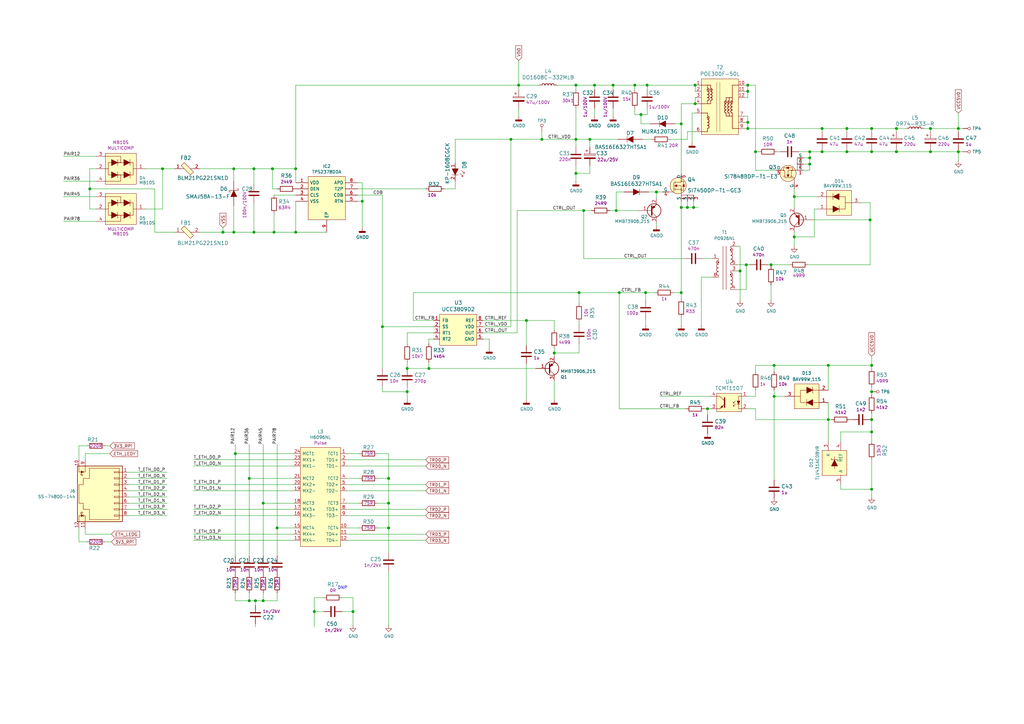
<source format=kicad_sch>
(kicad_sch (version 20210621) (generator eeschema)
  (paper "A3")
  (title_block (title "Scalenode") (rev "1.0.1"))
  (junction (at 36.83 77.47) (diameter 1.016))
  (junction (at 66.675 69.215) (diameter 1.016))
  (junction (at 91.44 95.25) (diameter 1.016))
  (junction (at 95.885 69.215) (diameter 1.016))
  (junction (at 95.885 95.25) (diameter 1.016))
  (junction (at 96.52 186.055) (diameter 1.016))
  (junction (at 102.235 196.215) (diameter 1.016))
  (junction (at 102.235 246.38) (diameter 1.016))
  (junction (at 104.14 69.215) (diameter 1.016))
  (junction (at 104.14 95.25) (diameter 1.016))
  (junction (at 104.775 246.38) (diameter 1.016))
  (junction (at 107.95 206.375) (diameter 1.016))
  (junction (at 107.95 246.38) (diameter 1.016))
  (junction (at 111.76 69.215) (diameter 1.016))
  (junction (at 112.395 95.25) (diameter 1.016))
  (junction (at 113.665 216.535) (diameter 1.016))
  (junction (at 121.285 69.215) (diameter 1.016))
  (junction (at 121.285 95.25) (diameter 1.016))
  (junction (at 128.905 250.825) (diameter 1.016))
  (junction (at 144.78 250.825) (diameter 1.016))
  (junction (at 148.59 82.55) (diameter 1.016))
  (junction (at 156.845 133.985) (diameter 1.016))
  (junction (at 159.385 196.215) (diameter 1.016))
  (junction (at 159.385 206.375) (diameter 1.016))
  (junction (at 159.385 216.535) (diameter 1.016))
  (junction (at 167.005 151.13) (diameter 1.016))
  (junction (at 167.005 160.655) (diameter 1.016))
  (junction (at 175.895 151.13) (diameter 1.016))
  (junction (at 209.55 57.15) (diameter 1.016))
  (junction (at 212.725 34.925) (diameter 1.016))
  (junction (at 215.9 131.445) (diameter 1.016))
  (junction (at 222.25 57.15) (diameter 1.016))
  (junction (at 227.33 144.78) (diameter 1.016))
  (junction (at 236.22 34.925) (diameter 1.016))
  (junction (at 236.22 57.15) (diameter 1.016))
  (junction (at 236.22 71.12) (diameter 1.016))
  (junction (at 237.49 120.015) (diameter 1.016))
  (junction (at 239.395 86.36) (diameter 1.016))
  (junction (at 241.935 57.15) (diameter 1.016))
  (junction (at 243.84 34.925) (diameter 1.016))
  (junction (at 251.46 34.925) (diameter 1.016))
  (junction (at 252.73 86.36) (diameter 1.016))
  (junction (at 254 120.015) (diameter 1.016))
  (junction (at 260.35 34.925) (diameter 1.016))
  (junction (at 262.89 46.99) (diameter 1.016))
  (junction (at 264.795 120.015) (diameter 1.016))
  (junction (at 265.43 34.925) (diameter 1.016))
  (junction (at 269.24 78.74) (diameter 1.016))
  (junction (at 279.4 50.8) (diameter 1.016))
  (junction (at 279.4 85.09) (diameter 1.016))
  (junction (at 279.4 120.015) (diameter 1.016))
  (junction (at 281.94 85.09) (diameter 1.016))
  (junction (at 284.48 85.09) (diameter 1.016))
  (junction (at 285.115 34.925) (diameter 1.016))
  (junction (at 285.115 42.545) (diameter 1.016))
  (junction (at 290.195 167.64) (diameter 1.016))
  (junction (at 303.53 111.125) (diameter 1.016))
  (junction (at 306.07 108.585) (diameter 1.016))
  (junction (at 306.705 34.925) (diameter 1.016))
  (junction (at 306.705 37.465) (diameter 1.016))
  (junction (at 306.705 50.165) (diameter 1.016))
  (junction (at 306.705 52.705) (diameter 1.016))
  (junction (at 309.88 62.23) (diameter 1.016))
  (junction (at 316.23 108.585) (diameter 1.016))
  (junction (at 317.5 149.86) (diameter 1.016))
  (junction (at 317.5 162.56) (diameter 1.016))
  (junction (at 325.755 80.645) (diameter 1.016))
  (junction (at 325.755 97.155) (diameter 1.016))
  (junction (at 332.105 62.23) (diameter 1.016))
  (junction (at 332.105 64.77) (diameter 1.016))
  (junction (at 332.105 67.31) (diameter 1.016))
  (junction (at 337.185 52.705) (diameter 1.016))
  (junction (at 337.185 62.23) (diameter 1.016))
  (junction (at 339.725 149.86) (diameter 1.016))
  (junction (at 339.725 172.085) (diameter 1.016))
  (junction (at 347.345 52.705) (diameter 1.016))
  (junction (at 347.345 62.23) (diameter 1.016))
  (junction (at 356.87 90.17) (diameter 1.016))
  (junction (at 357.505 52.705) (diameter 1.016))
  (junction (at 357.505 62.23) (diameter 1.016))
  (junction (at 357.505 149.86) (diameter 1.016))
  (junction (at 357.505 160.655) (diameter 1.016))
  (junction (at 357.505 172.085) (diameter 1.016))
  (junction (at 357.505 177.165) (diameter 1.016))
  (junction (at 357.505 200.66) (diameter 1.016))
  (junction (at 367.665 52.705) (diameter 1.016))
  (junction (at 367.665 62.23) (diameter 1.016))
  (junction (at 381.635 52.705) (diameter 1.016))
  (junction (at 381.635 62.23) (diameter 1.016))
  (junction (at 393.065 52.705) (diameter 1.016))
  (junction (at 393.065 62.23) (diameter 1.016))
  (wire (pts (xy 32.385 182.88) (xy 32.385 188.595)))
  (wire (pts (xy 32.385 216.535) (xy 32.385 222.25)))
  (wire (pts (xy 32.385 222.25) (xy 35.56 222.25)))
  (wire (pts (xy 34.925 186.055) (xy 45.085 186.055)))
  (wire (pts (xy 34.925 188.595) (xy 34.925 186.055)))
  (wire (pts (xy 34.925 216.535) (xy 34.925 219.075)))
  (wire (pts (xy 34.925 219.075) (xy 45.72 219.075)))
  (wire (pts (xy 35.56 182.88) (xy 32.385 182.88)))
  (wire (pts (xy 36.83 69.215) (xy 36.83 77.47)))
  (wire (pts (xy 36.83 77.47) (xy 36.83 85.725)))
  (wire (pts (xy 36.83 77.47) (xy 63.5 77.47)))
  (wire (pts (xy 36.83 85.725) (xy 39.37 85.725)))
  (wire (pts (xy 39.37 64.135) (xy 26.035 64.135)))
  (wire (pts (xy 39.37 69.215) (xy 36.83 69.215)))
  (wire (pts (xy 39.37 74.295) (xy 26.035 74.295)))
  (wire (pts (xy 39.37 80.645) (xy 26.035 80.645)))
  (wire (pts (xy 39.37 90.805) (xy 26.035 90.805)))
  (wire (pts (xy 43.18 182.88) (xy 45.085 182.88)))
  (wire (pts (xy 43.18 222.25) (xy 45.72 222.25)))
  (wire (pts (xy 52.705 193.675) (xy 68.58 193.675)))
  (wire (pts (xy 52.705 196.215) (xy 68.58 196.215)))
  (wire (pts (xy 52.705 198.755) (xy 68.58 198.755)))
  (wire (pts (xy 52.705 201.295) (xy 68.58 201.295)))
  (wire (pts (xy 52.705 203.835) (xy 68.58 203.835)))
  (wire (pts (xy 52.705 206.375) (xy 68.58 206.375)))
  (wire (pts (xy 52.705 208.915) (xy 68.58 208.915)))
  (wire (pts (xy 52.705 211.455) (xy 68.58 211.455)))
  (wire (pts (xy 59.69 69.215) (xy 66.675 69.215)))
  (wire (pts (xy 59.69 85.725) (xy 66.675 85.725)))
  (wire (pts (xy 63.5 95.25) (xy 63.5 77.47)))
  (wire (pts (xy 66.675 69.215) (xy 71.755 69.215)))
  (wire (pts (xy 66.675 85.725) (xy 66.675 69.215)))
  (wire (pts (xy 71.755 95.25) (xy 63.5 95.25)))
  (wire (pts (xy 79.375 188.595) (xy 120.65 188.595)))
  (wire (pts (xy 79.375 191.135) (xy 120.65 191.135)))
  (wire (pts (xy 79.375 198.755) (xy 120.65 198.755)))
  (wire (pts (xy 79.375 201.295) (xy 120.65 201.295)))
  (wire (pts (xy 79.375 208.915) (xy 120.65 208.915)))
  (wire (pts (xy 79.375 211.455) (xy 120.65 211.455)))
  (wire (pts (xy 79.375 219.075) (xy 120.65 219.075)))
  (wire (pts (xy 79.375 221.615) (xy 120.65 221.615)))
  (wire (pts (xy 81.915 69.215) (xy 95.885 69.215)))
  (wire (pts (xy 81.915 95.25) (xy 91.44 95.25)))
  (wire (pts (xy 91.44 93.345) (xy 91.44 95.25)))
  (wire (pts (xy 91.44 95.25) (xy 95.885 95.25)))
  (wire (pts (xy 95.885 69.215) (xy 104.14 69.215)))
  (wire (pts (xy 95.885 74.295) (xy 95.885 69.215)))
  (wire (pts (xy 95.885 84.455) (xy 95.885 95.25)))
  (wire (pts (xy 95.885 95.25) (xy 104.14 95.25)))
  (wire (pts (xy 96.52 186.055) (xy 96.52 182.245)))
  (wire (pts (xy 96.52 186.055) (xy 120.65 186.055)))
  (wire (pts (xy 96.52 227.965) (xy 96.52 186.055)))
  (wire (pts (xy 96.52 243.205) (xy 96.52 246.38)))
  (wire (pts (xy 96.52 246.38) (xy 102.235 246.38)))
  (wire (pts (xy 102.235 196.215) (xy 102.235 182.245)))
  (wire (pts (xy 102.235 196.215) (xy 120.65 196.215)))
  (wire (pts (xy 102.235 227.965) (xy 102.235 196.215)))
  (wire (pts (xy 102.235 243.205) (xy 102.235 246.38)))
  (wire (pts (xy 102.235 246.38) (xy 104.775 246.38)))
  (wire (pts (xy 104.14 69.215) (xy 111.76 69.215)))
  (wire (pts (xy 104.14 75.565) (xy 104.14 69.215)))
  (wire (pts (xy 104.14 83.185) (xy 104.14 95.25)))
  (wire (pts (xy 104.14 95.25) (xy 112.395 95.25)))
  (wire (pts (xy 104.775 246.38) (xy 107.95 246.38)))
  (wire (pts (xy 104.775 248.285) (xy 104.775 246.38)))
  (wire (pts (xy 104.775 257.175) (xy 104.775 255.905)))
  (wire (pts (xy 107.95 206.375) (xy 107.95 182.245)))
  (wire (pts (xy 107.95 206.375) (xy 120.65 206.375)))
  (wire (pts (xy 107.95 227.965) (xy 107.95 206.375)))
  (wire (pts (xy 107.95 243.205) (xy 107.95 246.38)))
  (wire (pts (xy 107.95 246.38) (xy 113.665 246.38)))
  (wire (pts (xy 111.76 69.215) (xy 121.285 69.215)))
  (wire (pts (xy 111.76 77.47) (xy 111.76 69.215)))
  (wire (pts (xy 112.395 87.63) (xy 112.395 95.25)))
  (wire (pts (xy 112.395 95.25) (xy 121.285 95.25)))
  (wire (pts (xy 113.665 77.47) (xy 111.76 77.47)))
  (wire (pts (xy 113.665 216.535) (xy 113.665 182.245)))
  (wire (pts (xy 113.665 216.535) (xy 113.665 227.965)))
  (wire (pts (xy 113.665 246.38) (xy 113.665 243.205)))
  (wire (pts (xy 120.65 216.535) (xy 113.665 216.535)))
  (wire (pts (xy 121.285 34.925) (xy 121.285 69.215)))
  (wire (pts (xy 121.285 74.93) (xy 121.285 69.215)))
  (wire (pts (xy 121.285 80.01) (xy 112.395 80.01)))
  (wire (pts (xy 121.285 82.55) (xy 121.285 95.25)))
  (wire (pts (xy 121.285 95.25) (xy 133.985 95.25)))
  (wire (pts (xy 128.905 245.11) (xy 132.715 245.11)))
  (wire (pts (xy 128.905 250.825) (xy 128.905 245.11)))
  (wire (pts (xy 128.905 250.825) (xy 132.715 250.825)))
  (wire (pts (xy 128.905 257.175) (xy 128.905 250.825)))
  (wire (pts (xy 140.335 245.11) (xy 144.78 245.11)))
  (wire (pts (xy 140.335 250.825) (xy 144.78 250.825)))
  (wire (pts (xy 142.24 188.595) (xy 174.625 188.595)))
  (wire (pts (xy 142.24 191.135) (xy 174.625 191.135)))
  (wire (pts (xy 142.24 196.215) (xy 147.32 196.215)))
  (wire (pts (xy 142.24 198.755) (xy 174.625 198.755)))
  (wire (pts (xy 142.24 201.295) (xy 174.625 201.295)))
  (wire (pts (xy 142.24 206.375) (xy 147.32 206.375)))
  (wire (pts (xy 142.24 208.915) (xy 174.625 208.915)))
  (wire (pts (xy 142.24 211.455) (xy 174.625 211.455)))
  (wire (pts (xy 142.24 219.075) (xy 174.625 219.075)))
  (wire (pts (xy 142.24 221.615) (xy 174.625 221.615)))
  (wire (pts (xy 144.78 245.11) (xy 144.78 250.825)))
  (wire (pts (xy 144.78 250.825) (xy 144.78 256.54)))
  (wire (pts (xy 146.685 74.93) (xy 148.59 74.93)))
  (wire (pts (xy 146.685 77.47) (xy 174.625 77.47)))
  (wire (pts (xy 146.685 80.01) (xy 156.845 80.01)))
  (wire (pts (xy 147.32 186.055) (xy 142.24 186.055)))
  (wire (pts (xy 147.32 216.535) (xy 142.24 216.535)))
  (wire (pts (xy 148.59 74.93) (xy 148.59 82.55)))
  (wire (pts (xy 148.59 82.55) (xy 146.685 82.55)))
  (wire (pts (xy 148.59 82.55) (xy 148.59 93.345)))
  (wire (pts (xy 154.94 186.055) (xy 159.385 186.055)))
  (wire (pts (xy 154.94 196.215) (xy 159.385 196.215)))
  (wire (pts (xy 154.94 206.375) (xy 159.385 206.375)))
  (wire (pts (xy 154.94 216.535) (xy 159.385 216.535)))
  (wire (pts (xy 156.845 80.01) (xy 156.845 133.985)))
  (wire (pts (xy 156.845 133.985) (xy 156.845 151.13)))
  (wire (pts (xy 156.845 158.75) (xy 156.845 160.655)))
  (wire (pts (xy 156.845 160.655) (xy 167.005 160.655)))
  (wire (pts (xy 159.385 186.055) (xy 159.385 196.215)))
  (wire (pts (xy 159.385 196.215) (xy 159.385 206.375)))
  (wire (pts (xy 159.385 206.375) (xy 159.385 216.535)))
  (wire (pts (xy 159.385 216.535) (xy 159.385 226.695)))
  (wire (pts (xy 159.385 234.315) (xy 159.385 256.54)))
  (wire (pts (xy 167.005 136.525) (xy 167.005 140.97)))
  (wire (pts (xy 167.005 148.59) (xy 167.005 151.13)))
  (wire (pts (xy 167.005 151.13) (xy 175.895 151.13)))
  (wire (pts (xy 167.005 160.655) (xy 167.005 158.75)))
  (wire (pts (xy 167.005 160.655) (xy 167.005 163.83)))
  (wire (pts (xy 169.545 120.015) (xy 237.49 120.015)))
  (wire (pts (xy 169.545 131.445) (xy 169.545 120.015)))
  (wire (pts (xy 175.895 139.065) (xy 175.895 140.97)))
  (wire (pts (xy 175.895 148.59) (xy 175.895 151.13)))
  (wire (pts (xy 177.8 131.445) (xy 169.545 131.445)))
  (wire (pts (xy 177.8 133.985) (xy 156.845 133.985)))
  (wire (pts (xy 177.8 136.525) (xy 167.005 136.525)))
  (wire (pts (xy 177.8 139.065) (xy 175.895 139.065)))
  (wire (pts (xy 182.245 77.47) (xy 186.69 77.47)))
  (wire (pts (xy 186.69 57.15) (xy 186.69 66.675)))
  (wire (pts (xy 186.69 74.295) (xy 186.69 77.47)))
  (wire (pts (xy 198.12 131.445) (xy 215.9 131.445)))
  (wire (pts (xy 198.12 133.985) (xy 209.55 133.985)))
  (wire (pts (xy 198.12 136.525) (xy 212.09 136.525)))
  (wire (pts (xy 198.12 139.065) (xy 200.66 139.065)))
  (wire (pts (xy 200.66 139.065) (xy 200.66 142.875)))
  (wire (pts (xy 209.55 57.15) (xy 186.69 57.15)))
  (wire (pts (xy 209.55 133.985) (xy 209.55 57.15)))
  (wire (pts (xy 212.09 86.36) (xy 239.395 86.36)))
  (wire (pts (xy 212.09 136.525) (xy 212.09 86.36)))
  (wire (pts (xy 212.725 34.925) (xy 121.285 34.925)))
  (wire (pts (xy 212.725 34.925) (xy 212.725 24.765)))
  (wire (pts (xy 212.725 34.925) (xy 212.725 36.83)))
  (wire (pts (xy 212.725 44.45) (xy 212.725 47.625)))
  (wire (pts (xy 215.9 131.445) (xy 215.9 141.605)))
  (wire (pts (xy 215.9 149.225) (xy 215.9 163.83)))
  (wire (pts (xy 219.71 151.13) (xy 175.895 151.13)))
  (wire (pts (xy 220.98 34.925) (xy 212.725 34.925)))
  (wire (pts (xy 222.25 57.15) (xy 209.55 57.15)))
  (wire (pts (xy 222.25 57.15) (xy 222.25 53.975)))
  (wire (pts (xy 222.25 57.15) (xy 236.22 57.15)))
  (wire (pts (xy 227.33 131.445) (xy 215.9 131.445)))
  (wire (pts (xy 227.33 131.445) (xy 227.33 135.255)))
  (wire (pts (xy 227.33 142.875) (xy 227.33 144.78)))
  (wire (pts (xy 227.33 144.78) (xy 227.33 146.05)))
  (wire (pts (xy 227.33 144.78) (xy 237.49 144.78)))
  (wire (pts (xy 227.33 156.21) (xy 227.33 163.83)))
  (wire (pts (xy 228.6 34.925) (xy 236.22 34.925)))
  (wire (pts (xy 236.22 34.925) (xy 243.84 34.925)))
  (wire (pts (xy 236.22 36.83) (xy 236.22 34.925)))
  (wire (pts (xy 236.22 44.45) (xy 236.22 57.15)))
  (wire (pts (xy 236.22 57.15) (xy 241.935 57.15)))
  (wire (pts (xy 236.22 60.325) (xy 236.22 57.15)))
  (wire (pts (xy 236.22 67.945) (xy 236.22 71.12)))
  (wire (pts (xy 236.22 71.12) (xy 236.22 74.295)))
  (wire (pts (xy 236.22 71.12) (xy 241.935 71.12)))
  (wire (pts (xy 237.49 120.015) (xy 237.49 124.46)))
  (wire (pts (xy 237.49 132.08) (xy 237.49 133.35)))
  (wire (pts (xy 237.49 144.78) (xy 237.49 140.97)))
  (wire (pts (xy 239.395 106.045) (xy 239.395 86.36)))
  (wire (pts (xy 239.395 106.045) (xy 280.67 106.045)))
  (wire (pts (xy 241.935 60.325) (xy 241.935 57.15)))
  (wire (pts (xy 241.935 71.12) (xy 241.935 67.945)))
  (wire (pts (xy 242.57 86.36) (xy 239.395 86.36)))
  (wire (pts (xy 243.84 34.925) (xy 251.46 34.925)))
  (wire (pts (xy 243.84 36.83) (xy 243.84 34.925)))
  (wire (pts (xy 243.84 44.45) (xy 243.84 47.625)))
  (wire (pts (xy 250.19 86.36) (xy 252.73 86.36)))
  (wire (pts (xy 251.46 34.925) (xy 260.35 34.925)))
  (wire (pts (xy 251.46 36.83) (xy 251.46 34.925)))
  (wire (pts (xy 251.46 44.45) (xy 251.46 47.625)))
  (wire (pts (xy 252.73 78.74) (xy 252.73 86.36)))
  (wire (pts (xy 252.73 86.36) (xy 261.62 86.36)))
  (wire (pts (xy 253.365 57.15) (xy 241.935 57.15)))
  (wire (pts (xy 254 120.015) (xy 237.49 120.015)))
  (wire (pts (xy 254 120.015) (xy 264.795 120.015)))
  (wire (pts (xy 254 167.64) (xy 254 120.015)))
  (wire (pts (xy 254 167.64) (xy 281.305 167.64)))
  (wire (pts (xy 255.905 78.74) (xy 252.73 78.74)))
  (wire (pts (xy 260.35 34.925) (xy 260.35 36.83)))
  (wire (pts (xy 260.35 46.99) (xy 260.35 44.45)))
  (wire (pts (xy 262.89 46.99) (xy 260.35 46.99)))
  (wire (pts (xy 262.89 46.99) (xy 262.89 50.8)))
  (wire (pts (xy 262.89 50.8) (xy 266.7 50.8)))
  (wire (pts (xy 264.795 123.19) (xy 264.795 120.015)))
  (wire (pts (xy 264.795 130.81) (xy 264.795 133.35)))
  (wire (pts (xy 265.43 34.925) (xy 260.35 34.925)))
  (wire (pts (xy 265.43 34.925) (xy 285.115 34.925)))
  (wire (pts (xy 265.43 36.83) (xy 265.43 34.925)))
  (wire (pts (xy 265.43 44.45) (xy 265.43 46.99)))
  (wire (pts (xy 265.43 46.99) (xy 262.89 46.99)))
  (wire (pts (xy 266.065 78.74) (xy 269.24 78.74)))
  (wire (pts (xy 267.335 57.15) (xy 263.525 57.15)))
  (wire (pts (xy 268.605 120.015) (xy 264.795 120.015)))
  (wire (pts (xy 269.24 78.74) (xy 269.24 81.28)))
  (wire (pts (xy 269.24 78.74) (xy 271.78 78.74)))
  (wire (pts (xy 269.24 91.44) (xy 269.24 92.71)))
  (wire (pts (xy 276.225 120.015) (xy 279.4 120.015)))
  (wire (pts (xy 276.86 50.8) (xy 279.4 50.8)))
  (wire (pts (xy 279.4 42.545) (xy 285.115 42.545)))
  (wire (pts (xy 279.4 50.8) (xy 279.4 42.545)))
  (wire (pts (xy 279.4 71.12) (xy 279.4 50.8)))
  (wire (pts (xy 279.4 85.09) (xy 279.4 82.55)))
  (wire (pts (xy 279.4 85.09) (xy 281.94 85.09)))
  (wire (pts (xy 279.4 120.015) (xy 279.4 85.09)))
  (wire (pts (xy 279.4 122.555) (xy 279.4 120.015)))
  (wire (pts (xy 279.4 130.175) (xy 279.4 133.35)))
  (wire (pts (xy 281.94 53.975) (xy 281.94 57.15)))
  (wire (pts (xy 281.94 57.15) (xy 274.955 57.15)))
  (wire (pts (xy 281.94 82.55) (xy 281.94 85.09)))
  (wire (pts (xy 281.94 85.09) (xy 284.48 85.09)))
  (wire (pts (xy 283.845 46.355) (xy 283.845 58.42)))
  (wire (pts (xy 284.48 82.55) (xy 284.48 85.09)))
  (wire (pts (xy 284.48 85.09) (xy 286.385 85.09)))
  (wire (pts (xy 285.115 37.465) (xy 285.115 34.925)))
  (wire (pts (xy 285.115 42.545) (xy 285.115 40.005)))
  (wire (pts (xy 285.115 46.355) (xy 283.845 46.355)))
  (wire (pts (xy 285.115 53.975) (xy 281.94 53.975)))
  (wire (pts (xy 287.655 113.665) (xy 287.655 133.35)))
  (wire (pts (xy 290.195 167.64) (xy 288.925 167.64)))
  (wire (pts (xy 290.195 170.18) (xy 290.195 167.64)))
  (wire (pts (xy 291.465 162.56) (xy 270.51 162.56)))
  (wire (pts (xy 291.465 167.64) (xy 290.195 167.64)))
  (wire (pts (xy 292.1 106.045) (xy 288.29 106.045)))
  (wire (pts (xy 292.1 113.665) (xy 287.655 113.665)))
  (wire (pts (xy 302.26 100.965) (xy 303.53 100.965)))
  (wire (pts (xy 302.26 108.585) (xy 306.07 108.585)))
  (wire (pts (xy 302.26 111.125) (xy 303.53 111.125)))
  (wire (pts (xy 302.26 118.745) (xy 306.07 118.745)))
  (wire (pts (xy 303.53 100.965) (xy 303.53 111.125)))
  (wire (pts (xy 303.53 111.125) (xy 303.53 123.19)))
  (wire (pts (xy 305.435 34.925) (xy 306.705 34.925)))
  (wire (pts (xy 305.435 37.465) (xy 306.705 37.465)))
  (wire (pts (xy 305.435 40.005) (xy 306.705 40.005)))
  (wire (pts (xy 305.435 47.625) (xy 306.705 47.625)))
  (wire (pts (xy 305.435 50.165) (xy 306.705 50.165)))
  (wire (pts (xy 305.435 52.705) (xy 306.705 52.705)))
  (wire (pts (xy 306.07 108.585) (xy 307.34 108.585)))
  (wire (pts (xy 306.07 118.745) (xy 306.07 108.585)))
  (wire (pts (xy 306.705 34.925) (xy 309.88 34.925)))
  (wire (pts (xy 306.705 37.465) (xy 306.705 34.925)))
  (wire (pts (xy 306.705 40.005) (xy 306.705 37.465)))
  (wire (pts (xy 306.705 47.625) (xy 306.705 50.165)))
  (wire (pts (xy 306.705 50.165) (xy 306.705 52.705)))
  (wire (pts (xy 306.705 52.705) (xy 337.185 52.705)))
  (wire (pts (xy 306.705 162.56) (xy 309.88 162.56)))
  (wire (pts (xy 309.88 34.925) (xy 309.88 62.23)))
  (wire (pts (xy 309.88 62.23) (xy 311.15 62.23)))
  (wire (pts (xy 309.88 69.85) (xy 309.88 62.23)))
  (wire (pts (xy 309.88 149.86) (xy 309.88 152.4)))
  (wire (pts (xy 309.88 149.86) (xy 317.5 149.86)))
  (wire (pts (xy 309.88 162.56) (xy 309.88 160.02)))
  (wire (pts (xy 309.88 167.64) (xy 306.705 167.64)))
  (wire (pts (xy 309.88 172.085) (xy 309.88 167.64)))
  (wire (pts (xy 314.96 108.585) (xy 316.23 108.585)))
  (wire (pts (xy 316.23 108.585) (xy 323.85 108.585)))
  (wire (pts (xy 316.23 109.22) (xy 316.23 108.585)))
  (wire (pts (xy 316.23 116.84) (xy 316.23 123.19)))
  (wire (pts (xy 317.5 152.4) (xy 317.5 149.86)))
  (wire (pts (xy 317.5 162.56) (xy 317.5 160.02)))
  (wire (pts (xy 317.5 162.56) (xy 317.5 196.85)))
  (wire (pts (xy 318.135 69.85) (xy 309.88 69.85)))
  (wire (pts (xy 320.04 62.23) (xy 318.77 62.23)))
  (wire (pts (xy 321.945 162.56) (xy 317.5 162.56)))
  (wire (pts (xy 325.755 80.645) (xy 325.755 77.47)))
  (wire (pts (xy 325.755 85.09) (xy 325.755 80.645)))
  (wire (pts (xy 325.755 97.155) (xy 325.755 95.25)))
  (wire (pts (xy 325.755 100.965) (xy 325.755 97.155)))
  (wire (pts (xy 327.66 62.23) (xy 332.105 62.23)))
  (wire (pts (xy 329.565 64.77) (xy 332.105 64.77)))
  (wire (pts (xy 329.565 67.31) (xy 332.105 67.31)))
  (wire (pts (xy 329.565 69.85) (xy 332.105 69.85)))
  (wire (pts (xy 331.47 108.585) (xy 356.87 108.585)))
  (wire (pts (xy 332.105 62.23) (xy 337.185 62.23)))
  (wire (pts (xy 332.105 64.77) (xy 332.105 62.23)))
  (wire (pts (xy 332.105 67.31) (xy 332.105 64.77)))
  (wire (pts (xy 332.105 69.85) (xy 332.105 67.31)))
  (wire (pts (xy 333.375 90.17) (xy 356.87 90.17)))
  (wire (pts (xy 334.01 85.725) (xy 334.01 97.155)))
  (wire (pts (xy 334.01 97.155) (xy 325.755 97.155)))
  (wire (pts (xy 335.28 80.645) (xy 325.755 80.645)))
  (wire (pts (xy 335.28 85.725) (xy 334.01 85.725)))
  (wire (pts (xy 337.185 52.705) (xy 347.345 52.705)))
  (wire (pts (xy 337.185 53.975) (xy 337.185 52.705)))
  (wire (pts (xy 337.185 62.23) (xy 337.185 61.595)))
  (wire (pts (xy 339.725 149.86) (xy 317.5 149.86)))
  (wire (pts (xy 339.725 149.86) (xy 357.505 149.86)))
  (wire (pts (xy 339.725 160.02) (xy 339.725 149.86)))
  (wire (pts (xy 339.725 165.1) (xy 339.725 172.085)))
  (wire (pts (xy 339.725 172.085) (xy 309.88 172.085)))
  (wire (pts (xy 339.725 180.975) (xy 339.725 172.085)))
  (wire (pts (xy 340.995 172.085) (xy 339.725 172.085)))
  (wire (pts (xy 344.805 177.165) (xy 357.505 177.165)))
  (wire (pts (xy 344.805 180.975) (xy 344.805 177.165)))
  (wire (pts (xy 344.805 198.755) (xy 344.805 200.66)))
  (wire (pts (xy 344.805 200.66) (xy 357.505 200.66)))
  (wire (pts (xy 347.345 52.705) (xy 357.505 52.705)))
  (wire (pts (xy 347.345 53.975) (xy 347.345 52.705)))
  (wire (pts (xy 347.345 61.595) (xy 347.345 62.23)))
  (wire (pts (xy 347.345 62.23) (xy 337.185 62.23)))
  (wire (pts (xy 347.345 62.23) (xy 357.505 62.23)))
  (wire (pts (xy 349.25 172.085) (xy 348.615 172.085)))
  (wire (pts (xy 353.06 83.185) (xy 356.87 83.185)))
  (wire (pts (xy 356.87 83.185) (xy 356.87 90.17)))
  (wire (pts (xy 356.87 108.585) (xy 356.87 90.17)))
  (wire (pts (xy 356.87 172.085) (xy 357.505 172.085)))
  (wire (pts (xy 357.505 52.705) (xy 367.665 52.705)))
  (wire (pts (xy 357.505 53.975) (xy 357.505 52.705)))
  (wire (pts (xy 357.505 61.595) (xy 357.505 62.23)))
  (wire (pts (xy 357.505 62.23) (xy 367.665 62.23)))
  (wire (pts (xy 357.505 149.86) (xy 357.505 146.05)))
  (wire (pts (xy 357.505 149.86) (xy 357.505 151.13)))
  (wire (pts (xy 357.505 158.75) (xy 357.505 160.655)))
  (wire (pts (xy 357.505 160.655) (xy 357.505 161.925)))
  (wire (pts (xy 357.505 169.545) (xy 357.505 172.085)))
  (wire (pts (xy 357.505 172.085) (xy 357.505 177.165)))
  (wire (pts (xy 357.505 180.975) (xy 357.505 177.165)))
  (wire (pts (xy 357.505 200.66) (xy 357.505 188.595)))
  (wire (pts (xy 357.505 203.835) (xy 357.505 200.66)))
  (wire (pts (xy 367.665 52.705) (xy 371.475 52.705)))
  (wire (pts (xy 367.665 53.975) (xy 367.665 52.705)))
  (wire (pts (xy 367.665 61.595) (xy 367.665 62.23)))
  (wire (pts (xy 367.665 62.23) (xy 381.635 62.23)))
  (wire (pts (xy 379.095 52.705) (xy 381.635 52.705)))
  (wire (pts (xy 381.635 52.705) (xy 381.635 53.975)))
  (wire (pts (xy 381.635 52.705) (xy 393.065 52.705)))
  (wire (pts (xy 381.635 61.595) (xy 381.635 62.23)))
  (wire (pts (xy 381.635 62.23) (xy 393.065 62.23)))
  (wire (pts (xy 393.065 46.355) (xy 393.065 52.705)))
  (wire (pts (xy 393.065 53.975) (xy 393.065 52.705)))
  (wire (pts (xy 393.065 61.595) (xy 393.065 62.23)))
  (wire (pts (xy 393.065 62.23) (xy 393.065 66.04)))
  (wire (pts (xy 394.97 52.705) (xy 393.065 52.705)))
  (wire (pts (xy 394.97 62.23) (xy 393.065 62.23)))
  (text "DNP" (at 138.43 241.935 0) (effects (font (size 1.27 1.27)) (justify left bottom)))
  (label "PAIR12" (at 26.035 64.135 0))
  (label "PAIR36" (at 26.035 74.295 0))
  (label "PAIR45" (at 26.035 80.645 0))
  (label "PAIR78" (at 26.035 90.805 0))
  (label "T_ETH_D0_P" (at 56.515 193.675 0))
  (label "T_ETH_D0_N" (at 56.515 196.215 0))
  (label "T_ETH_D1_P" (at 56.515 198.755 0))
  (label "T_ETH_D2_P" (at 56.515 201.295 0))
  (label "T_ETH_D2_N" (at 56.515 203.835 0))
  (label "T_ETH_D1_N" (at 56.515 206.375 0))
  (label "T_ETH_D3_P" (at 56.515 208.915 0))
  (label "T_ETH_D3_N" (at 56.515 211.455 0))
  (label "T_ETH_D0_P" (at 79.375 188.595 0))
  (label "T_ETH_D0_N" (at 79.375 191.135 0))
  (label "T_ETH_D1_P" (at 79.375 198.755 0))
  (label "T_ETH_D1_N" (at 79.375 201.295 0))
  (label "T_ETH_D2_P" (at 79.375 208.915 0))
  (label "T_ETH_D2_N" (at 79.375 211.455 0))
  (label "T_ETH_D3_P" (at 79.375 219.075 0))
  (label "T_ETH_D3_N" (at 79.375 221.615 0))
  (label "PAIR12" (at 96.52 182.245 90))
  (label "PAIR36" (at 102.235 182.245 90))
  (label "PAIR45" (at 107.95 182.245 90))
  (label "PAIR78" (at 113.665 182.245 90))
  (label "CDB" (at 153.035 80.01 0))
  (label "CTRL_FB" (at 170.18 131.445 0))
  (label "CTRL_REF" (at 198.755 131.445 0))
  (label "CTRL_VDD" (at 198.755 133.985 0))
  (label "CTRL_OUT" (at 198.755 136.525 0))
  (label "CTRL_VDD" (at 224.79 57.15 0))
  (label "CTRL_OUT" (at 226.695 86.36 0))
  (label "CTRL_OUT" (at 255.905 106.045 0))
  (label "CTRL_FB" (at 262.89 120.015 180))
  (label "CTRL_REF" (at 270.51 162.56 0))
  (label "CTRL_FB" (at 270.51 167.64 0))
  (global_label "3V3_RPi" (shape input) (at 45.085 182.88 0) (property "Intersheet References" "${INTERSHEET_REFS}" (effects hide)))
  (global_label "ETH_LEDY" (shape input) (at 45.085 186.055 0) (property "Intersheet References" "${INTERSHEET_REFS}" (effects hide)))
  (global_label "ETH_LEDG" (shape input) (at 45.72 219.075 0) (property "Intersheet References" "${INTERSHEET_REFS}" (effects hide)))
  (global_label "3V3_RPi" (shape input) (at 45.72 222.25 0) (property "Intersheet References" "${INTERSHEET_REFS}" (effects hide)))
  (global_label "VSS" (shape input) (at 91.44 93.345 90) (property "Intersheet References" "${INTERSHEET_REFS}" (effects hide)))
  (global_label "TRD0_P" (shape input) (at 174.625 188.595 0) (property "Intersheet References" "${INTERSHEET_REFS}" (effects hide)))
  (global_label "TRD0_N" (shape input) (at 174.625 191.135 0) (property "Intersheet References" "${INTERSHEET_REFS}" (effects hide)))
  (global_label "TRD1_P" (shape input) (at 174.625 198.755 0) (property "Intersheet References" "${INTERSHEET_REFS}" (effects hide)))
  (global_label "TRD1_N" (shape input) (at 174.625 201.295 0) (property "Intersheet References" "${INTERSHEET_REFS}" (effects hide)))
  (global_label "TRD2_P" (shape input) (at 174.625 208.915 0) (property "Intersheet References" "${INTERSHEET_REFS}" (effects hide)))
  (global_label "TRD2_N" (shape input) (at 174.625 211.455 0) (property "Intersheet References" "${INTERSHEET_REFS}" (effects hide)))
  (global_label "TRD3_P" (shape input) (at 174.625 219.075 0) (property "Intersheet References" "${INTERSHEET_REFS}" (effects hide)))
  (global_label "TRD3_N" (shape input) (at 174.625 221.615 0) (property "Intersheet References" "${INTERSHEET_REFS}" (effects hide)))
  (global_label "VDD" (shape input) (at 212.725 24.765 90) (property "Intersheet References" "${INTERSHEET_REFS}" (effects hide)))
  (global_label "VCC5V0" (shape input) (at 357.505 146.05 90) (property "Intersheet References" "${INTERSHEET_REFS}" (effects hide)))
  (global_label "VCC5V0" (shape input) (at 393.065 46.355 90) (property "Intersheet References" "${INTERSHEET_REFS}" (effects hide)))
  (symbol (lib_id "scalenode:TP_SMD1MM") (at 222.25 51.435 180) (unit 1)
    (property "Reference" "TP3" (at 222.25 49.53 0))
    (property "Value" "TP_SMD1MM" (effects hide))
    (property "Footprint" "scalenode-footprints:Testpoint_smd_1mm" (effects hide))
  )
  (symbol (lib_id "scalenode:TP_SMD1MM") (at 360.045 160.655 90) (unit 1)
    (property "Reference" "TP6" (at 361.315 160.655 90) (effects (justify right)))
    (property "Value" "TP_SMD1MM" (effects hide))
    (property "Footprint" "scalenode-footprints:Testpoint_smd_1mm" (effects hide))
  )
  (symbol (lib_id "scalenode:TP_SMD1MM") (at 397.51 52.705 90) (unit 1)
    (property "Reference" "TP4" (at 398.78 52.705 90) (effects (justify right)))
    (property "Value" "TP_SMD1MM" (effects hide))
    (property "Footprint" "scalenode-footprints:Testpoint_smd_1mm" (effects hide))
  )
  (symbol (lib_id "scalenode:TP_SMD1MM") (at 397.51 62.23 90) (unit 1)
    (property "Reference" "TP5" (at 398.78 62.23 90) (effects (justify right)))
    (property "Value" "TP_SMD1MM" (effects hide))
    (property "Footprint" "scalenode-footprints:Testpoint_smd_1mm" (effects hide))
  )
  (symbol (lib_id "scalenode:GNDD") (at 148.59 93.345 0) (unit 1)
    (property "Reference" "#PWR033" (effects hide))
    (property "Value" "GNDD" (at 148.6916 97.282 0))
  )
  (symbol (lib_id "scalenode:GNDD") (at 167.005 163.83 0) (unit 1)
    (property "Reference" "#PWR021" (effects hide))
    (property "Value" "GNDD" (at 167.1066 167.767 0))
  )
  (symbol (lib_id "scalenode:GNDD") (at 200.66 142.875 0) (unit 1)
    (property "Reference" "#PWR024" (effects hide))
    (property "Value" "GNDD" (at 200.7616 146.812 0))
  )
  (symbol (lib_id "scalenode:GNDD") (at 212.725 47.625 0) (unit 1)
    (property "Reference" "#PWR022" (effects hide))
    (property "Value" "GNDD" (at 212.8266 51.562 0))
  )
  (symbol (lib_id "scalenode:GNDD") (at 215.9 163.83 0) (unit 1)
    (property "Reference" "#PWR029" (effects hide))
    (property "Value" "GNDD" (at 216.0016 167.767 0))
  )
  (symbol (lib_id "scalenode:GNDD") (at 227.33 163.83 0) (unit 1)
    (property "Reference" "#PWR027" (effects hide))
    (property "Value" "GNDD" (at 227.4316 167.767 0))
  )
  (symbol (lib_id "scalenode:GNDD") (at 236.22 74.295 0) (unit 1)
    (property "Reference" "#PWR025" (effects hide))
    (property "Value" "GNDD" (at 236.3216 78.232 0))
  )
  (symbol (lib_id "scalenode:GNDD") (at 243.84 47.625 0) (unit 1)
    (property "Reference" "#PWR026" (effects hide))
    (property "Value" "GNDD" (at 243.9416 51.562 0))
  )
  (symbol (lib_id "scalenode:GNDD") (at 251.46 47.625 0) (unit 1)
    (property "Reference" "#PWR028" (effects hide))
    (property "Value" "GNDD" (at 251.5616 51.562 0))
  )
  (symbol (lib_id "scalenode:GNDD") (at 264.795 133.35 0) (mirror y) (unit 1)
    (property "Reference" "#PWR035" (effects hide))
    (property "Value" "GNDD" (at 264.6934 137.287 0))
  )
  (symbol (lib_id "scalenode:GNDD") (at 269.24 92.71 0) (unit 1)
    (property "Reference" "#PWR030" (effects hide))
    (property "Value" "GNDD" (at 269.3416 96.647 0))
  )
  (symbol (lib_id "scalenode:GNDD") (at 279.4 133.35 0) (unit 1)
    (property "Reference" "#PWR031" (effects hide))
    (property "Value" "GNDD" (at 279.5016 137.287 0))
  )
  (symbol (lib_id "scalenode:GNDD") (at 283.845 58.42 0) (unit 1)
    (property "Reference" "#PWR032" (effects hide))
    (property "Value" "GNDD" (at 283.9466 62.357 0))
  )
  (symbol (lib_id "scalenode:GNDD") (at 287.655 133.35 0) (unit 1)
    (property "Reference" "#PWR034" (effects hide))
    (property "Value" "GNDD" (at 287.7566 137.287 0))
  )
  (symbol (lib_id "scalenode:GNDD") (at 290.195 177.8 0) (unit 1)
    (property "Reference" "#PWR036" (effects hide))
    (property "Value" "GNDD" (at 290.2966 181.737 0))
  )
  (symbol (lib_id "scalenode:GND") (at 144.78 256.54 0) (unit 1)
    (property "Reference" "#PWR0108" (effects hide))
    (property "Value" "GND" (at 144.907 260.9342 0))
  )
  (symbol (lib_id "scalenode:GND") (at 159.385 256.54 0) (unit 1)
    (property "Reference" "#PWR0105" (effects hide))
    (property "Value" "GND" (at 159.512 260.9342 0))
  )
  (symbol (lib_id "scalenode:GND") (at 303.53 123.19 0) (unit 1)
    (property "Reference" "#PWR037" (effects hide))
    (property "Value" "GND" (at 303.657 127.5842 0))
  )
  (symbol (lib_id "scalenode:GND") (at 316.23 123.19 0) (unit 1)
    (property "Reference" "#PWR038" (effects hide))
    (property "Value" "GND" (at 316.357 127.5842 0))
  )
  (symbol (lib_id "scalenode:GND") (at 317.5 204.47 0) (unit 1)
    (property "Reference" "#PWR039" (effects hide))
    (property "Value" "GND" (at 317.627 208.8642 0))
  )
  (symbol (lib_id "scalenode:GND") (at 325.755 100.965 0) (unit 1)
    (property "Reference" "#PWR0109" (effects hide))
    (property "Value" "GND" (at 325.882 105.3592 0))
  )
  (symbol (lib_id "scalenode:GND") (at 357.505 203.835 0) (unit 1)
    (property "Reference" "#PWR040" (effects hide))
    (property "Value" "GND" (at 357.632 208.2292 0))
  )
  (symbol (lib_id "scalenode:GND") (at 393.065 66.04 0) (unit 1)
    (property "Reference" "#PWR042" (effects hide))
    (property "Value" "GND" (at 393.192 70.4342 0))
  )
  (symbol (lib_id "scalenode:DO1608C-332MLB") (at 224.79 34.925 0) (unit 1)
    (property "Reference" "L4" (at 224.79 29.21 0) (effects (font (size 1.524 1.524))))
    (property "Value" "DO1608C-332MLB" (at 224.79 31.75 0) (effects (font (size 1.524 1.524))))
    (property "Footprint" "scalenode-footprints:L_6.3x4.5" (effects hide))
    (property "Datasheet" "http://www.farnell.com/datasheets/2579564.pdf" (effects hide))
    (property "Manufacturer" "Coilcraft" (effects hide))
    (property "MPN" "DO1608C-332MLB" (effects hide))
  )
  (symbol (lib_id "scalenode:DR74-R33-R") (at 375.285 52.705 0) (unit 1)
    (property "Reference" "L5" (at 375.285 48.26 0) (effects (font (size 1.524 1.524))))
    (property "Value" "DR74-R33-R" (at 375.285 50.8 0) (effects (font (size 1.524 1.524))))
    (property "Footprint" "scalenode-footprints:L_DR74" (effects hide))
    (property "Datasheet" "http://www.farnell.com/datasheets/2579564.pdf" (effects hide))
    (property "Manufacturer" "Eaton" (effects hide))
    (property "MPN" "DR74-R33-R" (effects hide))
  )
  (symbol (lib_id "scalenode:R_220R_0402") (at 39.37 182.88 0) (unit 1)
    (property "Reference" "R21" (at 38.1 180.34 0) (effects (font (size 1.524 1.524))))
    (property "Value" "R_220R_0402" (effects hide))
    (property "Footprint" "scalenode-footprints:0402-res" (effects hide))
    (property "Manufacturer" "Panasonic" (effects hide))
    (property "MPN" "ERJ2GEJ221X" (effects hide))
    (property "Val" "220R" (at 39.37 182.88 0))
  )
  (symbol (lib_id "scalenode:R_220R_0402") (at 39.37 222.25 0) (unit 1)
    (property "Reference" "R22" (at 38.735 224.79 0) (effects (font (size 1.524 1.524))))
    (property "Value" "R_220R_0402" (effects hide))
    (property "Footprint" "scalenode-footprints:0402-res" (effects hide))
    (property "Manufacturer" "Panasonic" (effects hide))
    (property "MPN" "ERJ2GEJ221X" (effects hide))
    (property "Val" "220R" (at 39.37 222.25 0))
  )
  (symbol (lib_id "scalenode:R_75R_0402") (at 96.52 239.395 270) (unit 1)
    (property "Reference" "R23" (at 93.98 236.855 0) (effects (font (size 1.524 1.524)) (justify left)))
    (property "Value" "R_75R_0402" (effects hide))
    (property "Footprint" "scalenode-footprints:0402-res" (effects hide))
    (property "Manufacturer" "YAGEO" (effects hide))
    (property "MPN" "RC0402FR-0775RL" (effects hide))
    (property "Val" "75R" (at 96.52 237.49 0) (effects (justify left)))
  )
  (symbol (lib_id "scalenode:R_75R_0402") (at 102.235 239.395 270) (unit 1)
    (property "Reference" "R24" (at 99.695 236.855 0) (effects (font (size 1.524 1.524)) (justify left)))
    (property "Value" "R_75R_0402" (effects hide))
    (property "Footprint" "scalenode-footprints:0402-res" (effects hide))
    (property "Manufacturer" "YAGEO" (effects hide))
    (property "MPN" "RC0402FR-0775RL" (effects hide))
    (property "Val" "75R" (at 102.235 237.49 0) (effects (justify left)))
  )
  (symbol (lib_id "scalenode:R_75R_0402") (at 107.95 239.395 270) (unit 1)
    (property "Reference" "R25" (at 105.41 236.855 0) (effects (font (size 1.524 1.524)) (justify left)))
    (property "Value" "R_75R_0402" (effects hide))
    (property "Footprint" "scalenode-footprints:0402-res" (effects hide))
    (property "Manufacturer" "YAGEO" (effects hide))
    (property "MPN" "RC0402FR-0775RL" (effects hide))
    (property "Val" "75R" (at 107.95 237.49 0) (effects (justify left)))
  )
  (symbol (lib_id "scalenode:R_63R4_0402") (at 112.395 83.82 270) (unit 1)
    (property "Reference" "R34" (at 114.173 82.677 90) (effects (font (size 1.524 1.524)) (justify left)))
    (property "Value" "R_63R4_0402" (effects hide))
    (property "Footprint" "scalenode-footprints:0402-res" (effects hide))
    (property "Manufacturer" "Vishay" (effects hide))
    (property "MPN" "CRCW040263R4FKED" (effects hide))
    (property "Val" "63R4" (at 114.173 85.1662 90) (effects (justify left)))
  )
  (symbol (lib_id "scalenode:R_75R_0402") (at 113.665 239.395 270) (unit 1)
    (property "Reference" "R26" (at 111.125 236.855 0) (effects (font (size 1.524 1.524)) (justify left)))
    (property "Value" "R_75R_0402" (effects hide))
    (property "Footprint" "scalenode-footprints:0402-res" (effects hide))
    (property "Manufacturer" "YAGEO" (effects hide))
    (property "MPN" "RC0402FR-0775RL" (effects hide))
    (property "Val" "75R" (at 113.665 237.49 0) (effects (justify left)))
  )
  (symbol (lib_id "scalenode:R_24k9_0402") (at 117.475 77.47 0) (unit 1)
    (property "Reference" "R36" (at 117.475 72.0598 0) (effects (font (size 1.524 1.524))))
    (property "Value" "R_24k9_0402" (effects hide))
    (property "Footprint" "scalenode-footprints:0402-res" (effects hide))
    (property "Manufacturer" "WALSIN" (effects hide))
    (property "MPN" "WR04X2492FTL" (effects hide))
    (property "Val" "24k9" (at 117.475 74.549 0))
  )
  (symbol (lib_id "scalenode:R_0R_1206") (at 136.525 245.11 0) (unit 1)
    (property "Reference" "R17" (at 136.525 239.6998 0) (effects (font (size 1.524 1.524))))
    (property "Value" "R_0R_1206" (effects hide))
    (property "Footprint" "scalenode-footprints:1206-res" (effects hide))
    (property "Manufacturer" "MULTICOMP" (effects hide))
    (property "MPN" "MCMR12X000_PTL" (effects hide))
    (property "Val" "0R" (at 136.525 242.189 0))
    (property "Populate" "DNP" (effects hide))
  )
  (symbol (lib_id "scalenode:R_75R_0402") (at 151.13 186.055 180) (unit 1)
    (property "Reference" "R27" (at 151.13 183.515 0) (effects (font (size 1.524 1.524))))
    (property "Value" "R_75R_0402" (effects hide))
    (property "Footprint" "scalenode-footprints:0402-res" (effects hide))
    (property "Manufacturer" "YAGEO" (effects hide))
    (property "MPN" "RC0402FR-0775RL" (effects hide))
    (property "Val" "75R" (at 151.13 186.055 0))
  )
  (symbol (lib_id "scalenode:R_75R_0402") (at 151.13 196.215 180) (unit 1)
    (property "Reference" "R28" (at 151.13 193.675 0) (effects (font (size 1.524 1.524))))
    (property "Value" "R_75R_0402" (effects hide))
    (property "Footprint" "scalenode-footprints:0402-res" (effects hide))
    (property "Manufacturer" "YAGEO" (effects hide))
    (property "MPN" "RC0402FR-0775RL" (effects hide))
    (property "Val" "75R" (at 151.13 196.215 0))
  )
  (symbol (lib_id "scalenode:R_75R_0402") (at 151.13 206.375 180) (unit 1)
    (property "Reference" "R29" (at 151.13 203.835 0) (effects (font (size 1.524 1.524))))
    (property "Value" "R_75R_0402" (effects hide))
    (property "Footprint" "scalenode-footprints:0402-res" (effects hide))
    (property "Manufacturer" "YAGEO" (effects hide))
    (property "MPN" "RC0402FR-0775RL" (effects hide))
    (property "Val" "75R" (at 151.13 206.375 0))
  )
  (symbol (lib_id "scalenode:R_75R_0402") (at 151.13 216.535 180) (unit 1)
    (property "Reference" "R30" (at 151.13 213.995 0) (effects (font (size 1.524 1.524))))
    (property "Value" "R_75R_0402" (effects hide))
    (property "Footprint" "scalenode-footprints:0402-res" (effects hide))
    (property "Manufacturer" "YAGEO" (effects hide))
    (property "MPN" "RC0402FR-0775RL" (effects hide))
    (property "Val" "75R" (at 151.13 216.535 0))
  )
  (symbol (lib_id "scalenode:R_10k7_0603") (at 167.005 144.78 270) (unit 1)
    (property "Reference" "R31" (at 168.783 143.637 90) (effects (font (size 1.524 1.524)) (justify left)))
    (property "Value" "R_10k7_0603" (effects hide))
    (property "Footprint" "scalenode-footprints:0603-res" (effects hide))
    (property "Datasheet" "http://www.farnell.com/datasheets/2310790.pdf" (effects hide))
    (property "Manufacturer" "Vishay" (effects hide))
    (property "MPN" "CRCW060310K7FKEA" (effects hide))
    (property "Val" "10k7" (at 168.783 146.1262 90) (effects (justify left)))
  )
  (symbol (lib_id "scalenode:R_4k64_0603") (at 175.895 144.78 270) (unit 1)
    (property "Reference" "R33" (at 177.673 143.637 90) (effects (font (size 1.524 1.524)) (justify left)))
    (property "Value" "R_4k64_0603" (effects hide))
    (property "Footprint" "scalenode-footprints:0603-res" (effects hide))
    (property "Datasheet" "http://www.farnell.com/datasheets/2310790.pdf" (effects hide))
    (property "Manufacturer" "Vishay" (effects hide))
    (property "MPN" "CRCW06034K64FKEA" (effects hide))
    (property "Val" "4k64" (at 177.673 146.1262 90) (effects (justify left)))
  )
  (symbol (lib_id "scalenode:R_10k_0603") (at 178.435 77.47 180) (unit 1)
    (property "Reference" "R32" (at 180.34 75.565 0) (effects (font (size 1.524 1.524)) (justify left)))
    (property "Value" "R_10k_0603" (effects hide))
    (property "Footprint" "scalenode-footprints:0603-res" (effects hide))
    (property "Manufacturer" "BOURNS" (effects hide))
    (property "MPN" "CR0603-JW-103ELF" (effects hide))
    (property "Val" "10k" (at 179.07 80.01 0) (effects (justify left)))
  )
  (symbol (lib_id "scalenode:R_4k99_0402") (at 227.33 139.065 270) (unit 1)
    (property "Reference" "R38" (at 229.108 137.922 90) (effects (font (size 1.524 1.524)) (justify left)))
    (property "Value" "R_4k99_0402" (effects hide))
    (property "Footprint" "scalenode-footprints:0402-res" (effects hide))
    (property "Manufacturer" "MULTICOMP" (effects hide))
    (property "MPN" "MCMR04X4991FTL" (effects hide))
    (property "Val" "4k99" (at 229.108 140.4112 90) (effects (justify left)))
  )
  (symbol (lib_id "scalenode:R_30k1_0603") (at 236.22 40.64 270) (unit 1)
    (property "Reference" "R37" (at 230.505 38.735 90) (effects (font (size 1.524 1.524)) (justify left)))
    (property "Value" "R_30k1_0603" (effects hide))
    (property "Footprint" "scalenode-footprints:0603-res" (effects hide))
    (property "Manufacturer" "VISHAY" (effects hide))
    (property "MPN" "CRCW060330K1FKEA" (effects hide))
    (property "Val" "30k1" (at 230.505 41.275 90) (effects (justify left)))
  )
  (symbol (lib_id "scalenode:R_10k_0603") (at 237.49 128.27 270) (unit 1)
    (property "Reference" "R35" (at 242.9002 128.27 0) (effects (font (size 1.524 1.524))))
    (property "Value" "R_10k_0603" (effects hide))
    (property "Footprint" "scalenode-footprints:0603-res" (effects hide))
    (property "Manufacturer" "BOURNS" (effects hide))
    (property "MPN" "CR0603-JW-103ELF" (effects hide))
    (property "Val" "10k" (at 240.411 128.27 0))
  )
  (symbol (lib_id "scalenode:R_24R9_0603") (at 246.38 86.36 0) (unit 1)
    (property "Reference" "R39" (at 246.38 80.9498 0) (effects (font (size 1.524 1.524))))
    (property "Value" "R_24R9_0603" (effects hide))
    (property "Footprint" "scalenode-footprints:0603-res" (effects hide))
    (property "Datasheet" "http://www.farnell.com/datasheets/2310790.pdf" (effects hide))
    (property "Manufacturer" "Vishay" (effects hide))
    (property "MPN" "CRCW060324R9FKEA" (effects hide))
    (property "Val" "24R9" (at 246.38 83.439 0))
  )
  (symbol (lib_id "scalenode:R_15k_0603") (at 260.35 40.64 270) (unit 1)
    (property "Reference" "R40" (at 254.635 38.1 90) (effects (font (size 1.524 1.524)) (justify left)))
    (property "Value" "R_15k_0603" (effects hide))
    (property "Footprint" "scalenode-footprints:0603-res" (effects hide))
    (property "Manufacturer" "BOURNS" (effects hide))
    (property "MPN" "CR0603-FX-1502ELF" (effects hide))
    (property "Val" "15k" (at 255.27 40.64 90) (effects (justify left)))
  )
  (symbol (lib_id "scalenode:R_20R_0603") (at 271.145 57.15 0) (unit 1)
    (property "Reference" "R41" (at 271.78 59.69 0) (effects (font (size 1.524 1.524))))
    (property "Value" "R_20R_0603" (effects hide))
    (property "Footprint" "scalenode-footprints:0603-res" (effects hide))
    (property "Datasheet" "http://www.farnell.com/datasheets/2310790.pdf" (effects hide))
    (property "Manufacturer" "Vishay" (effects hide))
    (property "MPN" "CRCW060320R0FKEA" (effects hide))
    (property "Val" "20R" (at 276.225 59.69 0))
  )
  (symbol (lib_id "scalenode:R_1k_0402") (at 272.415 120.015 0) (mirror y) (unit 1)
    (property "Reference" "R44" (at 272.415 117.475 0) (effects (font (size 1.524 1.524))))
    (property "Value" "R_1k_0402" (effects hide))
    (property "Footprint" "scalenode-footprints:0402-res" (effects hide))
    (property "Manufacturer" "BOURNS" (effects hide))
    (property "MPN" "CR0402-FX-1001GLF" (effects hide))
    (property "Val" "1k" (at 272.415 122.555 0))
  )
  (symbol (lib_id "scalenode:R_R33_2512") (at 279.4 126.365 270) (unit 1)
    (property "Reference" "R43" (at 281.178 125.222 90) (effects (font (size 1.524 1.524)) (justify left)))
    (property "Value" "R_R33_2512" (effects hide))
    (property "Footprint" "scalenode-footprints:2512" (effects hide))
    (property "Datasheet" "http://www.farnell.com/datasheets/1610602.pdf" (effects hide))
    (property "Manufacturer" "TE CONNECTIVITY" (effects hide))
    (property "MPN" "RLP73K3AR33JTE" (effects hide))
    (property "Val" "R33" (at 281.178 127.7112 90) (effects (justify left)))
  )
  (symbol (lib_id "scalenode:R_1k_0603") (at 285.115 167.64 0) (unit 1)
    (property "Reference" "R45" (at 285.115 165.1 0) (effects (font (size 1.524 1.524))))
    (property "Value" "R_1k_0603" (effects hide))
    (property "Footprint" "scalenode-footprints:0603-res" (effects hide))
    (property "Manufacturer" "BOURNS" (effects hide))
    (property "MPN" "CR0603-JW-102ELF" (effects hide))
    (property "Val" "1k" (at 285.115 170.18 0))
  )
  (symbol (lib_id "scalenode:R_1k_0603") (at 309.88 156.21 270) (unit 1)
    (property "Reference" "R46" (at 311.658 155.067 90) (effects (font (size 1.524 1.524)) (justify left)))
    (property "Value" "R_1k_0603" (effects hide))
    (property "Footprint" "scalenode-footprints:0603-res" (effects hide))
    (property "Manufacturer" "BOURNS" (effects hide))
    (property "MPN" "CR0603-JW-102ELF" (effects hide))
    (property "Val" "1k" (at 311.658 157.5562 90) (effects (justify left)))
  )
  (symbol (lib_id "scalenode:R_10R_2010") (at 314.96 62.23 0) (unit 1)
    (property "Reference" "R50" (at 314.96 56.8198 0) (effects (font (size 1.524 1.524))))
    (property "Value" "R_10R_2010" (effects hide))
    (property "Footprint" "scalenode-footprints:2010-res" (effects hide))
    (property "Manufacturer" "WALSIN" (effects hide))
    (property "MPN" "WF20P10R0FTL" (effects hide))
    (property "Val" "10R" (at 314.96 59.309 0))
  )
  (symbol (lib_id "scalenode:R_10k_0603") (at 316.23 113.03 270) (unit 1)
    (property "Reference" "R47" (at 318.008 111.887 90) (effects (font (size 1.524 1.524)) (justify left)))
    (property "Value" "R_10k_0603" (effects hide))
    (property "Footprint" "scalenode-footprints:0603-res" (effects hide))
    (property "Manufacturer" "BOURNS" (effects hide))
    (property "MPN" "CR0603-JW-103ELF" (effects hide))
    (property "Val" "10k" (at 318.008 114.3762 90) (effects (justify left)))
  )
  (symbol (lib_id "scalenode:R_10k_0603") (at 317.5 156.21 270) (unit 1)
    (property "Reference" "R49" (at 319.278 155.067 90) (effects (font (size 1.524 1.524)) (justify left)))
    (property "Value" "R_10k_0603" (effects hide))
    (property "Footprint" "scalenode-footprints:0603-res" (effects hide))
    (property "Manufacturer" "BOURNS" (effects hide))
    (property "MPN" "CR0603-JW-103ELF" (effects hide))
    (property "Val" "10k" (at 319.278 157.5562 90) (effects (justify left)))
  )
  (symbol (lib_id "scalenode:R_49R9_0603") (at 327.66 108.585 180) (unit 1)
    (property "Reference" "R48" (at 327.66 111.125 0) (effects (font (size 1.524 1.524))))
    (property "Value" "R_49R9_0603" (effects hide))
    (property "Footprint" "scalenode-footprints:0603-res" (effects hide))
    (property "Datasheet" "http://www.farnell.com/datasheets/2310790.pdf" (effects hide))
    (property "Manufacturer" "Vishay" (effects hide))
    (property "MPN" "CRCW060349R9FKEA" (effects hide))
    (property "Val" "49R9" (at 327.66 113.03 0))
  )
  (symbol (lib_id "scalenode:R_41k2_0603") (at 344.805 172.085 0) (unit 1)
    (property "Reference" "R51" (at 344.805 166.6748 0) (effects (font (size 1.524 1.524))))
    (property "Value" "R_41k2_0603" (effects hide))
    (property "Footprint" "scalenode-footprints:0603-res" (effects hide))
    (property "Datasheet" "http://www.farnell.com/datasheets/2310790.pdf" (effects hide))
    (property "Manufacturer" "Vishay" (effects hide))
    (property "MPN" "CRCW060341K2FKEA" (effects hide))
    (property "Val" "41k2" (at 344.805 169.164 0))
  )
  (symbol (lib_id "scalenode:R_49R9_0603") (at 357.505 154.94 270) (unit 1)
    (property "Reference" "R53" (at 359.283 153.797 90) (effects (font (size 1.524 1.524)) (justify left)))
    (property "Value" "R_49R9_0603" (effects hide))
    (property "Footprint" "scalenode-footprints:0603-res" (effects hide))
    (property "Datasheet" "http://www.farnell.com/datasheets/2310790.pdf" (effects hide))
    (property "Manufacturer" "Vishay" (effects hide))
    (property "MPN" "CRCW060349R9FKEA" (effects hide))
    (property "Val" "49R9" (at 359.283 156.2862 90) (effects (justify left)))
  )
  (symbol (lib_id "scalenode:R_41k2_0603") (at 357.505 165.735 270) (unit 1)
    (property "Reference" "R54" (at 359.283 164.592 90) (effects (font (size 1.524 1.524)) (justify left)))
    (property "Value" "R_41k2_0603" (effects hide))
    (property "Footprint" "scalenode-footprints:0603-res" (effects hide))
    (property "Datasheet" "http://www.farnell.com/datasheets/2310790.pdf" (effects hide))
    (property "Manufacturer" "Vishay" (effects hide))
    (property "MPN" "CRCW060341K2FKEA" (effects hide))
    (property "Val" "41k2" (at 359.283 167.0812 90) (effects (justify left)))
  )
  (symbol (lib_id "scalenode:R_13k3_0603") (at 357.505 184.785 270) (unit 1)
    (property "Reference" "R52" (at 362.9152 184.785 0) (effects (font (size 1.524 1.524))))
    (property "Value" "R_13k3_0603" (effects hide))
    (property "Footprint" "scalenode-footprints:0603-res" (effects hide))
    (property "Datasheet" "http://www.farnell.com/datasheets/2310790.pdf" (effects hide))
    (property "Manufacturer" "Vishay" (effects hide))
    (property "MPN" "CRCW060313K3FKEA" (effects hide))
    (property "Val" "13k3" (at 360.426 184.785 0))
  )
  (symbol (lib_id "scalenode:BAS16E6327HTSA1") (at 258.445 57.15 180) (unit 1)
    (property "Reference" "D7" (at 258.445 54.61 0) (effects (font (size 1.524 1.524))))
    (property "Value" "BAS16E6327HTSA1" (at 254.635 60.325 0) (effects (font (size 1.524 1.524))))
    (property "Footprint" "scalenode-footprints:SOT-23-3" (effects hide))
    (property "Datasheet" "https://www.infineon.com/dgdl/Infineon-BAS16SERIES-DS-v01_01-en.pdf" (effects hide))
    (property "MPN" "BAS16E6327HTSA1" (effects hide))
    (property "Manufacturer" "INFINEON" (effects hide))
  )
  (symbol (lib_id "scalenode:BAS16E6327HTSA1") (at 260.985 78.74 0) (unit 1)
    (property "Reference" "D9" (at 260.985 72.7202 0) (effects (font (size 1.524 1.524))))
    (property "Value" "BAS16E6327HTSA1" (at 260.985 75.4126 0) (effects (font (size 1.524 1.524))))
    (property "Footprint" "scalenode-footprints:SOT-23-3" (effects hide))
    (property "Datasheet" "https://www.infineon.com/dgdl/Infineon-BAS16SERIES-DS-v01_01-en.pdf" (effects hide))
    (property "MPN" "BAS16E6327HTSA1" (effects hide))
    (property "Manufacturer" "INFINEON" (effects hide))
  )
  (symbol (lib_id "scalenode:MURA120T3G") (at 271.78 50.8 180) (unit 1)
    (property "Reference" "D10" (at 271.78 48.26 0) (effects (font (size 1.524 1.524))))
    (property "Value" "MURA120T3G" (at 270.51 53.975 0) (effects (font (size 1.524 1.524))))
    (property "Footprint" "scalenode-footprints:DO-214AC" (effects hide))
    (property "Datasheet" "http://www.farnell.com/datasheets/1750742.pdf?_ga=2.45653602.755650108.1590998510-1082836046.1584461759&_gac=1.251315634.1591003291.EAIaIQobChMIyurJn6Dg6QIVAsAYCh1pXwnTEAYYASABEgLilvD_BwE" (effects hide))
    (property "MPN" "MURA120T3G" (effects hide))
    (property "Manufacturer" "Diodes Incorporated" (effects hide))
  )
  (symbol (lib_id "scalenode:C_10n_0402") (at 96.52 231.775 0) (unit 1)
    (property "Reference" "C20" (at 91.44 229.87 0) (effects (font (size 1.524 1.524)) (justify left)))
    (property "Value" "C_10n_0402" (effects hide))
    (property "Footprint" "scalenode-footprints:0402-cap" (effects hide))
    (property "Manufacturer" "AVX" (effects hide))
    (property "MPN" "04025G103ZAT2A" (effects hide))
    (property "Val" "10n" (at 92.71 233.68 0) (effects (justify left)))
  )
  (symbol (lib_id "scalenode:C_10n_0402") (at 102.235 231.775 0) (unit 1)
    (property "Reference" "C21" (at 97.79 229.87 0) (effects (font (size 1.524 1.524)) (justify left)))
    (property "Value" "C_10n_0402" (effects hide))
    (property "Footprint" "scalenode-footprints:0402-cap" (effects hide))
    (property "Manufacturer" "AVX" (effects hide))
    (property "MPN" "04025G103ZAT2A" (effects hide))
    (property "Val" "10n" (at 98.425 233.68 0) (effects (justify left)))
  )
  (symbol (lib_id "scalenode:C_100n_0805_100V") (at 104.14 79.375 0) (unit 1)
    (property "Reference" "C28" (at 99.06 77.47 0) (effects (font (size 1.524 1.524)) (justify left)))
    (property "Value" "C_100n_0805_100V" (effects hide))
    (property "Footprint" "scalenode-footprints:0805-cap" (effects hide))
    (property "Datasheet" "http://www.farnell.com/datasheets/2710694.pdf" (effects hide))
    (property "Manufacturer" "SAMSUNG" (effects hide))
    (property "MPN" "CL21B104KCFNNNE" (effects hide))
    (property "Val" "100n/100V" (at 100.33 89.535 90) (effects (justify left)))
  )
  (symbol (lib_id "scalenode:C_1n_1210_2kV") (at 104.775 252.095 0) (mirror y) (unit 1)
    (property "Reference" "C22" (at 107.696 253.238 0) (effects (font (size 1.524 1.524)) (justify right)))
    (property "Value" "C_1n_1210_2kV" (effects hide))
    (property "Footprint" "scalenode-footprints:1210-cap" (effects hide))
    (property "Manufacturer" "KEMET" (effects hide))
    (property "MPN" "C1210C102KGRACTU" (effects hide))
    (property "Val" "1n/2kV" (at 107.696 250.7488 0) (effects (justify right)))
  )
  (symbol (lib_id "scalenode:C_10n_0402") (at 107.95 231.775 0) (unit 1)
    (property "Reference" "C23" (at 103.505 229.87 0) (effects (font (size 1.524 1.524)) (justify left)))
    (property "Value" "C_10n_0402" (effects hide))
    (property "Footprint" "scalenode-footprints:0402-cap" (effects hide))
    (property "Manufacturer" "AVX" (effects hide))
    (property "MPN" "04025G103ZAT2A" (effects hide))
    (property "Val" "10n" (at 104.14 233.68 0) (effects (justify left)))
  )
  (symbol (lib_id "scalenode:C_10n_0402") (at 113.665 231.775 0) (unit 1)
    (property "Reference" "C24" (at 109.22 229.87 0) (effects (font (size 1.524 1.524)) (justify left)))
    (property "Value" "C_10n_0402" (effects hide))
    (property "Footprint" "scalenode-footprints:0402-cap" (effects hide))
    (property "Manufacturer" "AVX" (effects hide))
    (property "MPN" "04025G103ZAT2A" (effects hide))
    (property "Val" "10n" (at 109.855 233.68 0) (effects (justify left)))
  )
  (symbol (lib_id "scalenode:C_1n_1210_2kV") (at 136.525 250.825 270) (mirror x) (unit 1)
    (property "Reference" "C50" (at 138.43 255.905 90) (effects (font (size 1.524 1.524)) (justify right)))
    (property "Value" "C_1n_1210_2kV" (effects hide))
    (property "Footprint" "scalenode-footprints:1210-cap" (effects hide))
    (property "Manufacturer" "KEMET" (effects hide))
    (property "MPN" "C1210C102KGRACTU" (effects hide))
    (property "Val" "1n/2kV" (at 140.335 258.445 90) (effects (justify right)))
  )
  (symbol (lib_id "scalenode:C_10n_0603") (at 156.845 154.94 0) (unit 1)
    (property "Reference" "C26" (at 159.766 153.797 0) (effects (font (size 1.524 1.524)) (justify left)))
    (property "Value" "C_10n_0603" (effects hide))
    (property "Footprint" "scalenode-footprints:0603-cap" (effects hide))
    (property "Manufacturer" "AVX" (effects hide))
    (property "MPN" "06031C103JAT2A" (effects hide))
    (property "Val" "10n" (at 159.766 156.2862 0) (effects (justify left)))
  )
  (symbol (lib_id "scalenode:C_1n_1210_2kV") (at 159.385 230.505 0) (mirror x) (unit 1)
    (property "Reference" "C25" (at 156.464 229.362 0) (effects (font (size 1.524 1.524)) (justify right)))
    (property "Value" "C_1n_1210_2kV" (effects hide))
    (property "Footprint" "scalenode-footprints:1210-cap" (effects hide))
    (property "Manufacturer" "KEMET" (effects hide))
    (property "MPN" "C1210C102KGRACTU" (effects hide))
    (property "Val" "1n/2kV" (at 156.464 231.8512 0) (effects (justify right)))
  )
  (symbol (lib_id "scalenode:C_270p_0603") (at 167.005 154.94 0) (unit 1)
    (property "Reference" "C27" (at 169.926 153.797 0) (effects (font (size 1.524 1.524)) (justify left)))
    (property "Value" "C_270p_0603" (effects hide))
    (property "Footprint" "scalenode-footprints:0603-cap" (effects hide))
    (property "Manufacturer" "MULTICOMP" (effects hide))
    (property "MPN" "MC0603B271K500CT" (effects hide))
    (property "Val" "270p" (at 169.926 156.2862 0) (effects (justify left)))
  )
  (symbol (lib_id "scalenode:C_47u_ELEC_100V") (at 212.725 39.37 0) (unit 1)
    (property "Reference" "C29" (at 215.7222 39.497 0) (effects (font (size 1.524 1.524)) (justify left)))
    (property "Value" "C_47u_ELEC_100V" (effects hide))
    (property "Footprint" "scalenode-footprints:CP_Elec_10x10.5" (effects hide))
    (property "Datasheet" "https://industrial.panasonic.com/cdbs/www-data/pdf/RDE0000/ABA0000C1151.pdf" (effects hide))
    (property "Manufacturer" "PANASONIC" (effects hide))
    (property "MPN" "EEEHA2A470UP" (effects hide))
    (property "Val" "47u/100V" (at 215.7222 41.9862 0) (effects (justify left)))
  )
  (symbol (lib_id "scalenode:C_1u_0603") (at 215.9 145.415 0) (unit 1)
    (property "Reference" "C35" (at 218.821 144.272 0) (effects (font (size 1.524 1.524)) (justify left)))
    (property "Value" "C_1u_0603" (effects hide))
    (property "Footprint" "scalenode-footprints:0603-cap" (effects hide))
    (property "Manufacturer" "WALSIN" (effects hide))
    (property "MPN" "0603YD105KAT2A" (effects hide))
    (property "Val" "1u" (at 218.821 146.7612 0) (effects (justify left)))
  )
  (symbol (lib_id "scalenode:C_220n_0603_25V") (at 236.22 64.135 0) (unit 1)
    (property "Reference" "C31" (at 229.235 62.865 0) (effects (font (size 1.524 1.524)) (justify left)))
    (property "Value" "C_220n_0603_25V" (effects hide))
    (property "Footprint" "scalenode-footprints:0603-cap" (effects hide))
    (property "Manufacturer" "MULTICOMP" (effects hide))
    (property "MPN" "C1608X5R1H474K080AB" (effects hide))
    (property "Val" "220n" (at 229.235 65.405 0) (effects (justify left)))
  )
  (symbol (lib_id "scalenode:C_100n_0603") (at 237.49 137.16 180) (unit 1)
    (property "Reference" "C30" (at 244.0432 137.16 90) (effects (font (size 1.524 1.524))))
    (property "Value" "C_100n_0603" (effects hide))
    (property "Footprint" "scalenode-footprints:0603-cap" (effects hide))
    (property "Manufacturer" "AVX" (effects hide))
    (property "MPN" "0603YC104KAZ2A" (effects hide))
    (property "Val" "100n" (at 241.554 137.16 90))
  )
  (symbol (lib_id "scalenode:C_22u_ELEC_25V") (at 241.935 62.865 0) (unit 1)
    (property "Reference" "C33" (at 244.475 62.865 0) (effects (font (size 1.524 1.524)) (justify left)))
    (property "Value" "C_22u_ELEC_25V" (effects hide))
    (property "Footprint" "scalenode-footprints:CP_Elec_5x5.8" (effects hide))
    (property "Datasheet" "http://www.farnell.com/datasheets/2813657.pdf" (effects hide))
    (property "Manufacturer" "PANASONIC" (effects hide))
    (property "MPN" "EEEFK1E220R" (effects hide))
    (property "Val" "22u/25V" (at 244.9322 65.4812 0) (effects (justify left)))
  )
  (symbol (lib_id "scalenode:C_1u_1210_100V") (at 243.84 40.64 0) (unit 1)
    (property "Reference" "C32" (at 238.76 38.1 0) (effects (font (size 1.524 1.524)) (justify left)))
    (property "Value" "C_1u_1210_100V" (effects hide))
    (property "Footprint" "scalenode-footprints:1210-cap" (effects hide))
    (property "Manufacturer" "AVX" (effects hide))
    (property "MPN" "12101C105K4Z2A" (effects hide))
    (property "Val" "1u/100V" (at 240.03 48.26 90) (effects (justify left)))
  )
  (symbol (lib_id "scalenode:C_1u_1210_100V") (at 251.46 40.64 0) (unit 1)
    (property "Reference" "C34" (at 247.015 38.1 0) (effects (font (size 1.524 1.524)) (justify left)))
    (property "Value" "C_1u_1210_100V" (effects hide))
    (property "Footprint" "scalenode-footprints:1210-cap" (effects hide))
    (property "Manufacturer" "AVX" (effects hide))
    (property "MPN" "12101C105K4Z2A" (effects hide))
    (property "Val" "1u/100V" (at 248.285 48.26 90) (effects (justify left)))
  )
  (symbol (lib_id "scalenode:C_100p_0402") (at 264.795 127 0) (mirror y) (unit 1)
    (property "Reference" "C38" (at 261.874 125.857 0) (effects (font (size 1.524 1.524)) (justify left)))
    (property "Value" "C_100p_0402" (effects hide))
    (property "Footprint" "scalenode-footprints:0402-cap" (effects hide))
    (property "Manufacturer" "WALSIN" (effects hide))
    (property "MPN" "0402N101J500CT" (effects hide))
    (property "Val" "100p" (at 261.874 128.3462 0) (effects (justify left)))
  )
  (symbol (lib_id "scalenode:C_1u_1210_100V") (at 265.43 40.64 0) (unit 1)
    (property "Reference" "C36" (at 266.065 38.1 0) (effects (font (size 1.524 1.524)) (justify left)))
    (property "Value" "C_1u_1210_100V" (effects hide))
    (property "Footprint" "scalenode-footprints:1210-cap" (effects hide))
    (property "Manufacturer" "AVX" (effects hide))
    (property "MPN" "12101C105K4Z2A" (effects hide))
    (property "Val" "1u/100V" (at 266.065 43.815 0) (effects (justify left)))
  )
  (symbol (lib_id "scalenode:C_470n_0603") (at 284.48 106.045 270) (unit 1)
    (property "Reference" "C37" (at 284.48 99.4918 90) (effects (font (size 1.524 1.524))))
    (property "Value" "C_470n_0603" (effects hide))
    (property "Footprint" "scalenode-footprints:0603-cap" (effects hide))
    (property "Manufacturer" "TDK" (effects hide))
    (property "MPN" "C1608X5R1H474K080AB" (effects hide))
    (property "Val" "470n" (at 284.48 101.981 90))
  )
  (symbol (lib_id "scalenode:C_82n_0603") (at 290.195 173.99 0) (unit 1)
    (property "Reference" "C39" (at 293.116 172.847 0) (effects (font (size 1.524 1.524)) (justify left)))
    (property "Value" "C_82n_0603" (effects hide))
    (property "Footprint" "scalenode-footprints:0603-cap" (effects hide))
    (property "Manufacturer" "MULTICOMP" (effects hide))
    (property "MPN" "MC0603B823K500CT" (effects hide))
    (property "Val" "82n" (at 293.116 175.3362 0) (effects (justify left)))
  )
  (symbol (lib_id "scalenode:C_470n_0603") (at 311.15 108.585 270) (unit 1)
    (property "Reference" "C40" (at 311.15 102.0318 90) (effects (font (size 1.524 1.524))))
    (property "Value" "C_470n_0603" (effects hide))
    (property "Footprint" "scalenode-footprints:0603-cap" (effects hide))
    (property "Manufacturer" "TDK" (effects hide))
    (property "MPN" "C1608X5R1H474K080AB" (effects hide))
    (property "Val" "470n" (at 311.15 104.521 90))
  )
  (symbol (lib_id "scalenode:C_1u_0603") (at 317.5 200.66 0) (unit 1)
    (property "Reference" "C43" (at 320.421 199.517 0) (effects (font (size 1.524 1.524)) (justify left)))
    (property "Value" "C_1u_0603" (effects hide))
    (property "Footprint" "scalenode-footprints:0603-cap" (effects hide))
    (property "Manufacturer" "WALSIN" (effects hide))
    (property "MPN" "0603YD105KAT2A" (effects hide))
    (property "Val" "1u" (at 320.421 202.0062 0) (effects (justify left)))
  )
  (symbol (lib_id "scalenode:C_1n_0603") (at 323.85 62.23 270) (unit 1)
    (property "Reference" "C48" (at 323.85 55.6768 90) (effects (font (size 1.524 1.524))))
    (property "Value" "C_1n_0603" (effects hide))
    (property "Footprint" "scalenode-footprints:0603-cap" (effects hide))
    (property "Manufacturer" "AVX" (effects hide))
    (property "MPN" "06031C102JAT2A" (effects hide))
    (property "Val" "1n" (at 323.85 58.166 90))
  )
  (symbol (lib_id "scalenode:C_47u_0603") (at 337.185 57.785 0) (unit 1)
    (property "Reference" "C41" (at 340.106 56.642 0) (effects (font (size 1.524 1.524)) (justify left)))
    (property "Value" "C_47u_0603" (effects hide))
    (property "Footprint" "scalenode-footprints:0603-cap" (effects hide))
    (property "Manufacturer" "MURATA" (effects hide))
    (property "MPN" "GRM188R60J476ME15D" (effects hide))
    (property "Val" "47u" (at 340.106 59.1312 0) (effects (justify left)))
  )
  (symbol (lib_id "scalenode:C_47u_0603") (at 347.345 57.785 0) (unit 1)
    (property "Reference" "C42" (at 350.266 56.642 0) (effects (font (size 1.524 1.524)) (justify left)))
    (property "Value" "C_47u_0603" (effects hide))
    (property "Footprint" "scalenode-footprints:0603-cap" (effects hide))
    (property "Manufacturer" "MURATA" (effects hide))
    (property "MPN" "GRM188R60J476ME15D" (effects hide))
    (property "Val" "47u" (at 350.266 59.1312 0) (effects (justify left)))
  )
  (symbol (lib_id "scalenode:C_1n2_0603") (at 353.06 172.085 270) (unit 1)
    (property "Reference" "C49" (at 353.06 165.5318 90) (effects (font (size 1.524 1.524))))
    (property "Value" "C_1n2_0603" (effects hide))
    (property "Footprint" "scalenode-footprints:0603-res" (effects hide))
    (property "Manufacturer" "KEMET" (effects hide))
    (property "MPN" "C0603C122K5RACTU" (effects hide))
    (property "Val" "1n2" (at 353.06 168.021 90))
  )
  (symbol (lib_id "scalenode:C_47u_0603") (at 357.505 57.785 0) (unit 1)
    (property "Reference" "C44" (at 360.426 56.642 0) (effects (font (size 1.524 1.524)) (justify left)))
    (property "Value" "C_47u_0603" (effects hide))
    (property "Footprint" "scalenode-footprints:0603-cap" (effects hide))
    (property "Manufacturer" "MURATA" (effects hide))
    (property "MPN" "GRM188R60J476ME15D" (effects hide))
    (property "Val" "47u" (at 360.426 59.1312 0) (effects (justify left)))
  )
  (symbol (lib_id "scalenode:C_220u_KEMET_B") (at 367.665 56.515 0) (unit 1)
    (property "Reference" "C45" (at 370.6622 56.642 0) (effects (font (size 1.524 1.524)) (justify left)))
    (property "Value" "C_220u_KEMET_B" (effects hide))
    (property "Footprint" "scalenode-footprints:KEMET_B" (effects hide))
    (property "Manufacturer" "VISHAY" (effects hide))
    (property "MPN" "TMCMB0J227MTRF" (effects hide))
    (property "Val" "220u" (at 370.6622 59.1312 0) (effects (justify left)))
  )
  (symbol (lib_id "scalenode:C_220u_KEMET_B") (at 381.635 56.515 0) (unit 1)
    (property "Reference" "C46" (at 384.6322 56.642 0) (effects (font (size 1.524 1.524)) (justify left)))
    (property "Value" "C_220u_KEMET_B" (effects hide))
    (property "Footprint" "scalenode-footprints:KEMET_B" (effects hide))
    (property "Manufacturer" "VISHAY" (effects hide))
    (property "MPN" "TMCMB0J227MTRF" (effects hide))
    (property "Val" "220u" (at 384.6322 59.1312 0) (effects (justify left)))
  )
  (symbol (lib_id "scalenode:C_1u_0603") (at 393.065 57.785 0) (unit 1)
    (property "Reference" "C47" (at 395.986 56.642 0) (effects (font (size 1.524 1.524)) (justify left)))
    (property "Value" "C_1u_0603" (effects hide))
    (property "Footprint" "scalenode-footprints:0603-cap" (effects hide))
    (property "Manufacturer" "WALSIN" (effects hide))
    (property "MPN" "0603YD105KAT2A" (effects hide))
    (property "Val" "1u" (at 395.986 59.1312 0) (effects (justify left)))
  )
  (symbol (lib_id "scalenode:SMAJ58A-13-F") (at 95.885 79.375 90) (unit 1)
    (property "Reference" "D6" (at 90.17 77.47 90) (effects (font (size 1.524 1.524)) (justify right)))
    (property "Value" "SMAJ58A-13-F" (at 76.2 80.645 90) (effects (font (size 1.524 1.524)) (justify right)))
    (property "Footprint" "scalenode-footprints:DO-214AC" (effects hide))
    (property "Datasheet" "https://4donline.ihs.com/images/VipMasterIC/IC/DIOD/DIOD-S-A0001754755/DIOD-S-A0001754755-1.pdf?hkey=52A5661711E402568146F3353EA87419" (effects hide))
    (property "MPN" "SMAJ58A-13-F" (effects hide))
    (property "Manufacturer" "Diodes Incorporated" (effects hide))
  )
  (symbol (lib_id "scalenode:KP-1608CGCK") (at 186.69 71.755 270) (unit 1)
    (property "Reference" "D8" (at 190.5 66.04 0) (effects (font (size 1.524 1.524)) (justify left)))
    (property "Value" "KP-1608CGCK" (at 183.515 58.42 0) (effects (font (size 1.524 1.524)) (justify left)))
    (property "Footprint" "scalenode-footprints:LED_0603" (effects hide))
    (property "Datasheet" "http://www.farnell.com/datasheets/2045956.pdf" (effects hide))
    (property "MPN" "KP-1608CGCK" (effects hide))
    (property "Manufacturer" "KINGBRIGHT" (effects hide))
  )
  (symbol (lib_id "scalenode:BLM21PG221SN1D") (at 76.835 69.215 0) (unit 1)
    (property "Reference" "FB2" (at 76.2 64.77 0) (effects (font (size 1.524 1.524))))
    (property "Value" "BLM21PG221SN1D" (at 83.185 73.025 0) (effects (font (size 1.524 1.524))))
    (property "Footprint" "scalenode-footprints:0805-res" (effects hide))
    (property "MPN" "BLM21PG221SN1D" (effects hide))
    (property "Manufacturer" "Murata Electronics North America" (effects hide))
  )
  (symbol (lib_id "scalenode:BLM21PG221SN1D") (at 76.835 95.25 0) (unit 1)
    (property "Reference" "FB1" (at 76.2 91.44 0) (effects (font (size 1.524 1.524))))
    (property "Value" "BLM21PG221SN1D" (at 83.185 99.695 0) (effects (font (size 1.524 1.524))))
    (property "Footprint" "scalenode-footprints:0805-res" (effects hide))
    (property "MPN" "BLM21PG221SN1D" (effects hide))
    (property "Manufacturer" "Murata Electronics North America" (effects hide))
  )
  (symbol (lib_id "power:Earth") (at 104.775 257.175 0) (unit 1)
    (property "Reference" "#PWR0106" (effects hide))
    (property "Value" "Earth" (effects hide))
  )
  (symbol (lib_id "power:Earth") (at 128.905 257.175 0) (unit 1)
    (property "Reference" "#PWR0107" (effects hide))
    (property "Value" "Earth" (effects hide))
  )
  (symbol (lib_id "scalenode:MMBT3906,215") (at 219.71 156.21 0) (mirror x) (unit 1)
    (property "Reference" "Q1" (at 229.9208 154.6098 0) (effects (justify left)))
    (property "Value" "MMBT3906,215" (at 229.9208 152.2984 0) (effects (justify left)))
    (property "Footprint" "scalenode-footprints:SOT-23-3" (effects hide))
    (property "MPN" "MMBT3906,215" (effects hide))
    (property "Manufacturer" "ON SEMICONDUCTOR" (effects hide))
  )
  (symbol (lib_id "scalenode:MMBT3906,215") (at 261.62 91.44 0) (mirror x) (unit 1)
    (property "Reference" "Q2" (at 262.89 88.9 0) (effects (justify left)))
    (property "Value" "MMBT3906,215" (at 252.095 90.805 0) (effects (justify left)))
    (property "Footprint" "scalenode-footprints:SOT-23-3" (effects hide))
    (property "MPN" "MMBT3906,215" (effects hide))
    (property "Manufacturer" "ON SEMICONDUCTOR" (effects hide))
  )
  (symbol (lib_id "scalenode:MMBT3906,215") (at 333.375 95.25 180) (unit 1)
    (property "Reference" "Q5" (at 321.31 88.265 0))
    (property "Value" "MMBT3906,215" (at 315.595 90.805 0))
    (property "Footprint" "scalenode-footprints:SOT-23-3" (effects hide))
    (property "MPN" "MMBT3906,215" (effects hide))
    (property "Manufacturer" "ON SEMICONDUCTOR" (effects hide))
  )
  (symbol (lib_id "scalenode:TCMT1107") (at 299.085 165.1 0) (mirror y) (unit 1)
    (property "Reference" "U4" (at 299.085 156.5402 0) (effects (font (size 1.524 1.524))))
    (property "Value" "TCMT1107" (at 299.085 159.2326 0) (effects (font (size 1.524 1.524))))
    (property "Footprint" "scalenode-footprints:TCMT1107" (effects hide))
    (property "Datasheet" "http://www.farnell.com/datasheets/2049304.pdf?_ga=2.50828655.755650108.1590998510-1082836046.1584461759&_gac=1.220400044.1591003291.EAIaIQobChMIyurJn6Dg6QIVAsAYCh1pXwnTEAYYASABEgLilvD_BwE" (effects hide))
    (property "MPN" "TCMT1107" (effects hide))
    (property "Manufacturer" "ON Semiconductor" (effects hide))
  )
  (symbol (lib_id "scalenode:SI7450DP-T1-GE3") (at 279.4 76.2 0) (unit 1)
    (property "Reference" "Q4" (at 281.94 73.66 0) (effects (font (size 1.524 1.524)) (justify left)))
    (property "Value" "SI7450DP-T1-GE3" (at 281.94 78.105 0) (effects (font (size 1.524 1.524)) (justify left)))
    (property "Footprint" "scalenode-footprints:PowerPAK_SO-8_Single" (effects hide))
    (property "Datasheet" "https://www.onsemi.com/pub/Collateral/NDS7002A-D.PDF" (effects hide))
    (property "MPN" "SI7450DP-T1-GE3" (effects hide))
    (property "Manufacturer" "Vishay" (effects hide))
  )
  (symbol (lib_id "scalenode:SI7848BDP-T1-E3") (at 323.215 69.85 90) (unit 1)
    (property "Reference" "Q3" (at 316.865 68.58 90) (effects (font (size 1.524 1.524))))
    (property "Value" "SI7848BDP-T1-E3" (at 307.975 72.39 90) (effects (font (size 1.524 1.524))))
    (property "Footprint" "scalenode-footprints:PowerPAK_SO-8_Single" (effects hide))
    (property "Datasheet" "https://www.vishay.com/docs/74632/si7848bdp.pdf" (effects hide))
    (property "MPN" "SI7848BDP-T1-E3" (effects hide))
    (property "Manufacturer" "Vishay" (effects hide))
  )
  (symbol (lib_id "scalenode:BAV99W,115") (at 336.55 88.265 0) (mirror x) (unit 1)
    (property "Reference" "D14" (at 344.17 74.295 0))
    (property "Value" "BAV99W,115" (at 343.535 76.2 0))
    (property "Footprint" "scalenode-footprints:SOT-323" (effects hide))
    (property "Datasheet" "http://www.farnell.com/datasheets/953882.pdf?_ga=2.54433134.755650108.1590998510-1082836046.1584461759&_gac=1.5909127.1591003291.EAIaIQobChMIyurJn6Dg6QIVAsAYCh1pXwnTEAYYASABEgLilvD_BwE" (effects hide))
    (property "MPN" "BAV99W,115" (effects hide))
    (property "Manufacturer" "Nexperia" (effects hide))
  )
  (symbol (lib_id "scalenode:TLV431ACDBVR") (at 337.185 197.485 90) (unit 1)
    (property "Reference" "D12" (at 332.74 189.865 0))
    (property "Value" "TLV431ACDBVR" (at 335.28 189.865 0))
    (property "Footprint" "scalenode-footprints:SOT-23-5" (effects hide))
    (property "Datasheet" "http://www.farnell.com/datasheets/953882.pdf?_ga=2.54433134.755650108.1590998510-1082836046.1584461759&_gac=1.5909127.1591003291.EAIaIQobChMIyurJn6Dg6QIVAsAYCh1pXwnTEAYYASABEgLilvD_BwE" (effects hide))
    (property "MPN" "TLV431ACDBVR" (effects hide))
    (property "Manufacturer" "Texas Instruments" (effects hide))
  )
  (symbol (lib_id "scalenode:BAV99W,115") (at 338.455 167.64 180) (unit 1)
    (property "Reference" "D13" (at 330.835 153.035 0))
    (property "Value" "BAV99W,115" (at 330.835 155.575 0))
    (property "Footprint" "scalenode-footprints:SOT-323" (effects hide))
    (property "Datasheet" "http://www.farnell.com/datasheets/953882.pdf?_ga=2.54433134.755650108.1590998510-1082836046.1584461759&_gac=1.5909127.1591003291.EAIaIQobChMIyurJn6Dg6QIVAsAYCh1pXwnTEAYYASABEgLilvD_BwE" (effects hide))
    (property "MPN" "BAV99W,115" (effects hide))
    (property "Manufacturer" "Nexperia" (effects hide))
  )
  (symbol (lib_id "scalenode:P0926NL") (at 297.18 109.855 0) (unit 1)
    (property "Reference" "T1" (at 297.18 95.25 0))
    (property "Value" "P0926NL" (at 297.18 97.79 0))
    (property "Footprint" "scalenode-footprints:Pulse_P0926NL" (effects hide))
    (property "Datasheet" "http://productfinder.pulseeng.com/products/datasheets/SPM2007_61.pdf" (effects hide))
    (property "MPN" "P0926" (effects hide))
    (property "Manufacturer" "Pulse Electronics Power" (effects hide))
  )
  (symbol (lib_id "scalenode:MB10S") (at 40.64 64.135 0) (unit 1)
    (property "Reference" "D4" (at 58.42 73.025 0))
    (property "Value" "MB10S" (at 60.325 74.93 0))
    (property "Footprint" "scalenode-footprints:MB10S" (effects hide))
    (property "Datasheet" "http://www.farnell.com/datasheets/2895435.pdf" (effects hide))
    (property "MPN" "MB10S" (at 49.53 58.42 0))
    (property "Manufacturer" "MULTICOMP" (at 49.53 60.7314 0))
  )
  (symbol (lib_id "scalenode:MB10S") (at 40.64 80.645 0) (unit 1)
    (property "Reference" "D5" (at 58.42 89.535 0))
    (property "Value" "MB10S" (at 60.325 91.44 0))
    (property "Footprint" "scalenode-footprints:MB10S" (effects hide))
    (property "Datasheet" "http://www.farnell.com/datasheets/2895435.pdf" (effects hide))
    (property "MPN" "MB10S" (at 49.53 95.885 0))
    (property "Manufacturer" "MULTICOMP" (at 49.53 93.98 0))
  )
  (symbol (lib_id "scalenode:UCC3809D2") (at 185.42 133.985 0) (unit 1)
    (property "Reference" "U3" (at 187.96 124.1552 0) (effects (font (size 1.524 1.524))))
    (property "Value" "UCC3809D2" (at 187.96 126.8476 0) (effects (font (size 1.524 1.524))))
    (property "Footprint" "scalenode-footprints:SOIC-8_W3.9mm" (effects hide))
    (property "Datasheet" "http://www.ti.com/lit/ds/symlink/ucc2809-1.pdf" (effects hide))
    (property "MPN" "UCC3809D2" (effects hide))
    (property "Manufacturer" "Texas Instruments" (effects hide))
  )
  (symbol (lib_id "scalenode:POE300F-50L") (at 297.815 42.545 0) (unit 1)
    (property "Reference" "T2" (at 295.275 27.6352 0) (effects (font (size 1.524 1.524))))
    (property "Value" "POE300F-50L" (at 295.275 30.3276 0) (effects (font (size 1.524 1.524))))
    (property "Footprint" "scalenode-footprints:POE300F-24LD" (effects hide))
    (property "Datasheet" "https://datasheetspdf.com/pdf-file/1244853/Coilcraft/POE300F/1" (effects hide))
    (property "MPN" "POE300F-50L" (effects hide))
    (property "Manufacturer" "Coilcraft" (effects hide))
  )
  (symbol (lib_id "scalenode:TPS2378DDA") (at 121.285 74.93 0) (unit 1)
    (property "Reference" "IC2" (at 133.985 68.199 0))
    (property "Value" "TPS2378DDA" (at 133.985 70.5104 0))
    (property "Footprint" "scalenode-footprints:SOIC127P600X170-9N" (effects hide))
    (property "Datasheet" "http://www.ti.com/lit/ds/symlink/tps2378.pdf" (effects hide))
    (property "Description" "IEEE 802.3at PoE High-Power PD Interface with AUX Control" (effects hide))
    (property "Manufacturer" "Texas Instruments" (effects hide))
    (property "MPN" "TPS2378DDA" (effects hide))
    (property "Arrow Part Number" "TPS2378DDA" (effects hide))
    (property "Arrow Price/Stock" "https://www.arrow.com/en/products/tps2378dda/texas-instruments" (effects hide))
    (property "Mouser Part Number" "595-TPS2378DDA" (effects hide))
    (property "Mouser Price/Stock" "https://www.mouser.co.uk/ProductDetail/Texas-Instruments/TPS2378DDA?qs=5771e39Rz9HhOSwUvwIrNw%3D%3D" (effects hide))
  )
  (symbol (lib_id "scalenode:SS-74800-144") (at 42.545 201.295 270) (unit 1)
    (property "Reference" "J6" (at 30.988 201.3966 90) (effects (justify right)))
    (property "Value" "SS-74800-144" (at 30.988 203.708 90) (effects (justify right)))
    (property "Footprint" "scalenode-footprints:SS-74800-144" (effects hide))
    (property "Datasheet" "https://belfuse.com/resources/drawings/stewartconnector/dr-STW-SS-74800-144.pdf" (effects hide))
    (property "MPN" "SS-74800-144" (effects hide))
    (property "Manufacturer" "Stewart Connector" (effects hide))
  )
  (symbol (lib_id "scalenode:H6096NL") (at 124.46 201.295 0) (unit 1)
    (property "Reference" "L3" (at 131.445 177.038 0))
    (property "Value" "H6096NL" (at 131.445 179.3494 0))
    (property "Footprint" "scalenode-footprints:SOIC127P1594X685-24N" (effects hide))
    (property "Datasheet" "https://www.arrow.com/en/products/h6096nl/pulse-electronics-corporation" (effects hide))
    (property "Description" "Common Mode Chokes / Filters 1000Base-T SMD PoE+ 350uH .3Ohms 1-Port" (effects hide))
    (property "MPN" "H6096NL" (effects hide))
    (property "Arrow Part Number" "H6096NL" (effects hide))
    (property "Manufacturer" "Pulse" (at 131.445 181.6608 0))
  )
)
</source>
